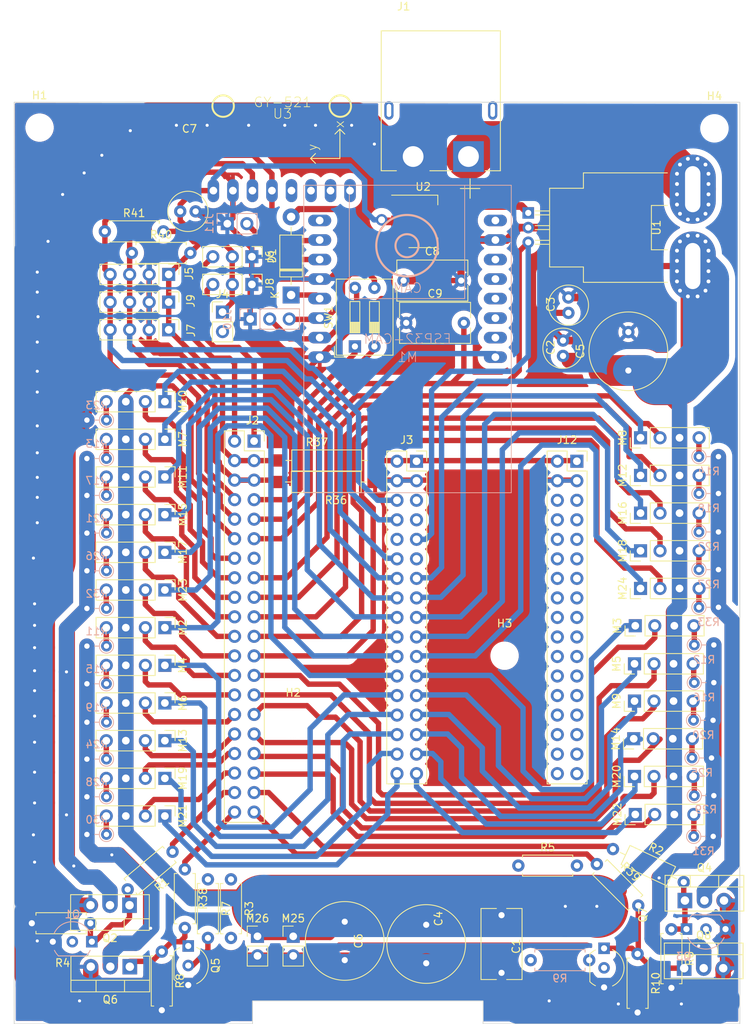
<source format=kicad_pcb>
(kicad_pcb (version 20221018) (generator pcbnew)
  (layers (0 "F.Cu" signal) (1 "In1.Cu" signal) (2 "In2.Cu" signal) (31 "B.Cu" signal) (34 "B.Paste" user) (35 "F.Paste" user) (36 "B.SilkS" user "B.Silkscreen") (37 "F.SilkS" user "F.Silkscreen") (38 "B.Mask" user) (39 "F.Mask" user) (44 "Edge.Cuts" user))
  (net 0 "")
  (net 1 "Net-(D1-K)")
  (net 2 "GND")
  (net 3 "L_LEG_CONTROL")
  (net 4 "L_LEG_GND")
  (net 5 "R_LEG_CONTROL")
  (net 6 "R_LEG_GND")
  (net 7 "L_ARM_CONTROL")
  (net 8 "L_ARM_GND")
  (net 9 "R_ARM_CONTROL")
  (net 10 "R_ARM_GND")
  (net 11 "Net-(J1-+)")
  (net 12 "3V3")
  (net 13 "L_TX_CURRENT")
  (net 14 "R_TX_CURRENT")
  (net 15 "L_SH_CURRENT")
  (net 16 "R_SH_CURRENT")
  (net 17 "L_ELB_CURRENT")
  (net 18 "R_ELB_CURRENT")
  (net 19 "I_SENS")
  (net 20 "SERVO_VCC")
  (net 23 "SCL")
  (net 24 "SDA")
  (net 27 "R_TX_PWM")
  (net 28 "R_SH_PWM")
  (net 29 "R_ELB_PWM")
  (net 30 "L_SH_PWM")
  (net 31 "L_TX_PWM")
  (net 32 "L_ELB_PWM")
  (net 33 "L_SH_POT")
  (net 34 "L_TX_POT")
  (net 35 "R_TX_POT")
  (net 36 "R_SH_POT")
  (net 37 "L_ELB_POT")
  (net 38 "R_ELB_POT")
  (net 39 "L_HP_POT")
  (net 40 "L_HP_PWM")
  (net 41 "L_HP_CURRENT")
  (net 42 "R_HP_POT")
  (net 43 "R_HP_PWM")
  (net 44 "R_HP_CURRENT")
  (net 45 "L_TG_POT")
  (net 46 "L_TG_PWM")
  (net 47 "L_TG_CURRENT")
  (net 48 "R_TG_POT")
  (net 49 "R_TG_PWM")
  (net 50 "R_TG_CURRENT")
  (net 51 "R_KN_POT")
  (net 52 "R_KN_PWM")
  (net 53 "R_KN_CURRENT")
  (net 54 "L_FT_POT")
  (net 55 "L_FT_PWM")
  (net 56 "L_FT_CURRENT")
  (net 57 "R_FT_POT")
  (net 58 "R_FT_PWM")
  (net 59 "R_FT_CURRENT")
  (net 60 "Net-(J11-Pin_2)")
  (net 61 "L_KNR_PWM")
  (net 62 "L_KN_PWM")
  (net 63 "L_ANK_PWM")
  (net 64 "R_FT_ANGLE")
  (net 65 "R_KNR_PWM")
  (net 66 "R_ANK_PWM")
  (net 67 "L_FT_ANGLE")
  (net 68 "L_KNR_POT")
  (net 69 "L_KN_POT")
  (net 70 "L_ANK_POT")
  (net 71 "R_KNR_POT")
  (net 72 "R_ANK_POT")
  (net 73 "MAIN_RX")
  (net 74 "MAIN_TX")
  (net 75 "SUB1_RX")
  (net 83 "Net-(Q1-C)")
  (net 84 "Net-(Q1-B)")
  (net 85 "Net-(Q3-C)")
  (net 86 "L_KNR_CURRENT")
  (net 87 "R_KNR_CURRENT")
  (net 88 "HD_POT")
  (net 89 "HD_PWM")
  (net 90 "HD_CURRENT")
  (net 91 "L_KN_CURRENT")
  (net 92 "L_ELBR_POT")
  (net 93 "L_ELBR_PWM")
  (net 94 "L_ELBR_CURRENT")
  (net 95 "R_ELBR_POT")
  (net 96 "R_ELBR_PWM")
  (net 97 "R_ELBR_CURRENT")
  (net 98 "L_ANK_CURRENT")
  (net 99 "R_ANK_CURRENT")
  (net 100 "L_HND_POT")
  (net 101 "L_HND_PWM")
  (net 102 "L_HND_CURRENT")
  (net 103 "R_HND_POT")
  (net 104 "R_HND_PWM")
  (net 105 "R_HND_CURRENT")
  (net 106 "Net-(Q3-B)")
  (net 107 "Net-(Q5-C)")
  (net 108 "Net-(Q5-B)")
  (net 109 "Net-(Q7-C)")
  (net 110 "SHUTOFF")
  (net 111 "SUB1_TX")
  (net 112 "CAM_TX")
  (net 113 "CAM_RX")
  (net 114 "SUB2_RX")
  (net 115 "SUB2_TX")
  (net 116 "Net-(Q7-B)")
  (footprint "Connector_PinHeader_2.54mm:PinHeader_1x04_P2.54mm_Vertical" (layer "F.Cu") (at 150.6 104.9 90)
    (fp_text reference "M14")
    (fp_text value "Motor_Servo_with_Pot")
  )
  (footprint "Ben_modules:AMASS_XT60PW-M" (layer "F.Cu") (at 125.5 23.16575)
    (fp_text reference "J1")
    (fp_text value "XT60PW-M")
  )
  (footprint "Connector_PinHeader_2.54mm:PinHeader_1x03_P2.54mm_Vertical" (layer "F.Cu") (at 100.925 42.2 -90)
    (fp_text reference "J6")
    (fp_text value "Conn_01x03_Male")
  )
  (footprint "Connector_PinHeader_2.54mm:PinHeader_1x04_P2.54mm_Vertical" (layer "F.Cu") (at 90.1 51.7 -90)
    (fp_text reference "J7")
    (fp_text value "Conn_01x04_Female")
  )
  (footprint "Resistor_THT:R_Axial_DIN0207_L6.3mm_D2.5mm_P7.62mm_Horizontal" (layer "F.Cu") (at 155.5 129.69 -90)
    (fp_text reference "R6")
    (fp_text value "330K")
  )
  (footprint "Connector_PinHeader_2.54mm:PinHeader_1x04_P2.54mm_Vertical" (layer "F.Cu") (at 89.6 61.05 -90)
    (fp_text reference "M10")
    (fp_text value "Motor_Servo_with_Pot")
  )
  (footprint "Connector_PinHeader_2.54mm:PinHeader_1x04_P2.54mm_Vertical" (layer "F.Cu") (at 89.6 105.15 -90)
    (fp_text reference "M13")
    (fp_text value "Motor_Servo_with_Pot")
  )
  (footprint "Connector_PinHeader_2.54mm:PinHeader_1x04_P2.54mm_Vertical" (layer "F.Cu") (at 89.6 85.55 -90)
    (fp_text reference "M23")
    (fp_text value "Motor_Servo_with_Pot")
  )
  (footprint "Connector_PinHeader_2.54mm:PinHeader_1x04_P2.54mm_Vertical" (layer "F.Cu") (at 90.1 44.5 -90)
    (fp_text reference "J5")
    (fp_text value "Conn_01x04_Female")
  )
  (footprint "Diode_THT:D_DO-41_SOD81_P10.16mm_Horizontal" (layer "F.Cu") (at 106.025 47.18 90)
    (fp_text reference "D1")
    (fp_text value "1N4007")
  )
  (footprint "Capacitor_THT:C_Rect_L9.0mm_W5.1mm_P7.50mm_MKT" (layer "F.Cu") (at 121 50.8)
    (fp_text reference "C9")
    (fp_text value "100nF")
  )
  (footprint "Resistor_THT:R_Axial_DIN0207_L6.3mm_D2.5mm_P7.62mm_Horizontal" (layer "F.Cu") (at 79.91 128.9 180)
    (fp_text reference "R4")
    (fp_text value "330K")
  )
  (footprint "Resistor_THT:R_Axial_DIN0207_L6.3mm_D2.5mm_P7.62mm_Horizontal" (layer "F.Cu") (at 81.79 38.9)
    (fp_text reference "R41")
    (fp_text value "4k7")
  )
  (footprint "Package_TO_SOT_THT:TO-92_Inline_Wide" (layer "F.Cu") (at 146.74 132.16 -90)
    (fp_text reference "Q7")
    (fp_text value "BC337")
  )
  (footprint "Ben_modules:SMD_JUMPER" (layer "F.Cu") (at 116.95 71.5 180)
    (fp_text reference "R36")
    (fp_text value "0R")
  )
  (footprint "Package_TO_SOT_SMD:SOT-223-3_TabPin2" (layer "F.Cu") (at 123.2 37.6)
    (fp_text reference "U2")
    (fp_text value "AMS1117-3.3")
  )
  (footprint "Capacitor_THT:C_Radial_D10.0mm_H20.0mm_P5.00mm" (layer "F.Cu") (at 149.9 57 90)
    (fp_text reference "C5")
    (fp_text value "1800uF")
  )
  (footprint "Capacitor_THT:C_Radial_D5.0mm_H11.0mm_P2.00mm" (layer "F.Cu") (at 91.6 36.3)
    (fp_text reference "C7")
    (fp_text value "100uF")
  )
  (footprint "Connector_PinHeader_2.54mm:PinHeader_1x04_P2.54mm_Vertical" (layer "F.Cu") (at 150.7 109.8 90)
    (fp_text reference "M20")
    (fp_text value "Motor_Servo_with_Pot")
  )
  (footprint "Resistor_THT:R_Axial_DIN0207_L6.3mm_D2.5mm_P7.62mm_Horizontal" (layer "F.Cu") (at 89.2 132.59 -90)
    (fp_text reference "R8")
    (fp_text value "330K")
  )
  (footprint "Connector_PinSocket_2.54mm:PinSocket_2x20_P2.54mm_Vertical" (layer "F.Cu") (at 101.21 66.18)
    (fp_text reference "J2")
    (fp_text value "Conn_02x20_Odd_Even")
  )
  (footprint "MountingHole:MountingHole_3.2mm_M3" (layer "F.Cu") (at 133.8 94.1)
    (fp_text reference "H3")
    (fp_text value "MountingHole")
  )
  (footprint "Resistor_THT:R_Axial_DIN0207_L6.3mm_D2.5mm_P7.62mm_Horizontal" (layer "F.Cu") (at 85.3 41.7)
    (fp_text reference "R40")
    (fp_text value "4k7")
  )
  (footprint "Connector_PinHeader_2.54mm:PinHeader_1x04_P2.54mm_Vertical" (layer "F.Cu") (at 150.7 95.15 90)
    (fp_text reference "M5")
    (fp_text value "Motor_Servo_with_Pot")
  )
  (footprint "Button_Switch_THT:SW_DIP_SPSTx02_Slide_9.78x7.26mm_W7.62mm_P2.54mm" (layer "F.Cu") (at 114.325 53.8675 90)
    (fp_text reference "SW1")
    (fp_text value "SW_DIP_x02")
  )
  (footprint "MountingHole:MountingHole_3.2mm_M3" (layer "F.Cu") (at 161.1 25.5)
    (fp_text reference "H4")
    (fp_text value "MountingHole")
  )
  (footprint "Capacitor_THT:C_Radial_D5.0mm_H11.0mm_P2.00mm" (layer "F.Cu") (at 141.4 55.1 90)
    (fp_text reference "C2")
    (fp_text value "10uF")
  )
  (footprint "Package_TO_SOT_THT:TO-220-3_Vertical" (layer "F.Cu") (at 85.04 134.555 180)
    (fp_text reference "Q6")
    (fp_text value "IRFZ44N")
  )
  (footprint "Resistor_THT:R_Axial_DIN0207_L6.3mm_D2.5mm_P7.62mm_Horizontal" (layer "F.Cu") (at 95.2 123.19 -90)
    (fp_text reference "R7")
    (fp_text value "1K")
  )
  (footprint "Connector_PinHeader_2.54mm:PinHeader_1x04_P2.54mm_Vertical" (layer "F.Cu") (at 89.6 90.45 -90)
    (fp_text reference "M2")
    (fp_text value "Motor_Servo_with_Pot")
  )
  (footprint "Connector_PinHeader_2.54mm:PinHeader_1x04_P2.54mm_Vertical" (layer "F.Cu") (at 151.48 65.75 90)
    (fp_text reference "M8")
    (fp_text value "Motor_Servo_with_Pot")
  )
  (footprint "Package_TO_SOT_THT:TO-220-3_Vertical" (layer "F.Cu") (at 157.16 134.745)
    (fp_text reference "Q8")
    (fp_text value "IRFZ44N")
  )
  (footprint "Connector_PinHeader_2.54mm:PinHeader_1x04_P2.54mm_Vertical" (layer "F.Cu") (at 89.6 100.25 -90)
    (fp_text reference "M6")
    (fp_text value "Motor_Servo_with_Pot")
  )
  (footprint "Connector_PinHeader_2.54mm:PinHeader_1x02_P2.54mm_Vertical" (layer "F.Cu") (at 101.65 130.6)
    (fp_text reference "M26")
    (fp_text value "Fan")
  )
  (footprint "Resistor_THT:R_Axial_DIN0207_L6.3mm_D2.5mm_P7.62mm_Horizontal" (layer "F.Cu") (at 135.59 121.4)
    (fp_text reference "R5")
    (fp_text value "1K")
  )
  (footprint "Connector_PinHeader_2.54mm:PinHeader_1x02_P2.54mm_Vertical" (layer "F.Cu") (at 97.1 49.4)
    (fp_text reference "J4")
    (fp_text value "Conn_01x02_Male")
  )
  (footprint "Connector_PinHeader_2.54mm:PinHeader_1x04_P2.54mm_Vertical" (layer "F.Cu") (at 89.6 95.35 -90)
    (fp_text reference "M4")
    (fp_text value "Motor_Servo_with_Pot")
  )
  (footprint "Connector_PinHeader_2.54mm:PinHeader_1x04_P2.54mm_Vertical" (layer "F.Cu") (at 150.8 114.75 90)
    (fp_text reference "M22")
    (fp_text value "Motor_Servo_with_Pot")
  )
  (footprint "Connector_PinSocket_2.54mm:PinSocket_2x17_P2.54mm_Vertical" (layer "F.Cu") (at 122.34 68.8)
    (fp_text reference "J3")
    (fp_text value "Conn_02x17_Odd_Even")
  )
  (footprint "Resistor_THT:R_Axial_DIN0207_L6.3mm_D2.5mm_P7.62mm_Horizontal" (layer "F.Cu") (at 145.8 121.205923 -45)
    (fp_text reference "R39")
    (fp_text value "33K")
  )
  (footprint "Connector_PinHeader_2.54mm:PinHeader_1x04_P2.54mm_Vertical" (layer "F.Cu") (at 90.1 48.1 -90)
    (fp_text reference "J9")
    (fp_text value "Conn_01x04_Female")
  )
  (footprint "Connector_PinSocket_2.54mm:PinSocket_2x17_P2.54mm_Vertical" (layer "F.Cu") (at 143.2 68.8)
    (fp_text reference "J12")
    (fp_text value "Conn_02x17_Odd_Even")
  )
  (footprint "Connector_PinHeader_2.54mm:PinHeader_1x02_P2.54mm_Vertical" (layer "F.Cu") (at 106.3 130.6)
    (fp_text reference "M25")
    (fp_text value "Fan")
  )
  (footprint "Package_TO_SOT_THT:TO-92_Inline_Wide" (layer "F.Cu") (at 92.64 131.86 -90)
    (fp_text reference "Q5")
    (fp_text value "BC337")
  )
  (footprint "Connector_PinHeader_2.54mm:PinHeader_1x03_P2.54mm_Vertical" (layer "F.Cu") (at 100.925 45.8 -90)
    (fp_text reference "J8")
    (fp_text value "Conn_01x03_Male")
  )
  (footprint "Capacitor_THT:C_Rect_L9.0mm_W5.1mm_P7.50mm_MKT" (layer "F.Cu") (at 133.4 127.85 -90)
    (fp_text reference "C1")
    (fp_text value "100nF")
  )
  (footprint "Connector_PinHeader_2.54mm:PinHeader_1x04_P2.54mm_Vertical" (layer "F.Cu") (at 89.6 80.65 -90)
    (fp_text reference "M17")
    (fp_text value "Motor_Servo_with_Pot")
  )
  (footprint "Resistor_THT:R_Axial_DIN0207_L6.3mm_D2.5mm_P7.62mm_Horizontal" (layer "F.Cu") (at 98.2 123.19 -90)
    (fp_text reference "R3")
    (fp_text value "1K")
  )
  (footprint "Connector_PinHeader_2.54mm:PinHeader_1x04_P2.54mm_Vertical" (layer "F.Cu") (at 151.48 75.55 90)
    (fp_text reference "M16")
    (fp_text value "Motor_Servo_with_Pot")
  )
  (footprint "Resistor_THT:R_Axial_DIN0207_L6.3mm_D2.5mm_P7.62mm_Horizontal" (layer "F.Cu") (at 92.2 121.89 -90)
    (fp_text reference "R38")
    (fp_text value "33K")
  )
  (footprint "Capacitor_THT:C_Radial_D5.0mm_H11.0mm_P2.00mm" (layer "F.Cu") (at 142.1 49.5 90)
    (fp_text reference "C3")
    (fp_text value "100uF")
  )
  (footprint "Connector_PinHeader_2.54mm:PinHeader_1x04_P2.54mm_Vertical" (layer "F.Cu") (at 89.6 75.75 -90)
    (fp_text reference "M15")
    (fp_text value "Motor_Servo_with_Pot")
  )
  (footprint "Connector_PinHeader_2.54mm:PinHeader_1x04_P2.54mm_Vertical" (layer "F.Cu") (at 89.6 65.95 -90)
    (fp_text reference "M7")
    (fp_text value "Motor_Servo_with_Pot")
  )
  (footprint "Connector_PinHeader_2.54mm:PinHeader_1x04_P2.54mm_Vertical" (layer "F.Cu") (at 150.8 90.2 90)
    (fp_text reference "M3")
    (fp_text value "Motor_Servo_with_Pot")
  )
  (footprint "Connector_PinHeader_2.54mm:PinHeader_1x04_P2.54mm_Vertical" (layer "F.Cu") (at 151.48 70.65 90)
    (fp_text reference "M12")
    (fp_text value "Motor_Servo_with_Pot")
  )
  (footprint "Capacitor_THT:C_Radial_D10.0mm_H20.0mm_P5.00mm" (layer "F.Cu") (at 123.6 129.1 -90)
    (fp_text reference "C4")
    (fp_text value "1800uF")
  )
  (footprint "Connector_PinHeader_2.54mm:PinHeader_1x04_P2.54mm_Vertical" (layer "F.Cu") (at 150.7 100 90)
    (fp_text reference "M9")
    (fp_text value "Motor_Servo_with_Pot")
  )
  (footprint "Resistor_THT:R_Axial_DIN0207_L6.3mm_D2.5mm_P10.16mm_Horizontal" (layer "F.Cu") (at 147.895957 119.2531 -25)
    (fp_text reference "R2")
    (fp_text value "33K")
  )
  (footprint "Connector_PinHeader_2.54mm:PinHeader_1x04_P2.54mm_Vertical" (layer "F.Cu") (at 89.6 70.85 -90)
    (fp_text reference "M11")
    (fp_text value "Motor_Servo_with_Pot")
  )
  (footprint "Package_TO_SOT_THT:TO-220-3_Vertical" (layer "F.Cu") (at 157.26 125.945)
    (fp_text reference "Q4")
    (fp_text value "IRFZ44N")
  )
  (footprint "Connector_PinHeader_2.54mm:PinHeader_1x04_P2.54mm_Vertical" (layer "F.Cu") (at 89.6 114.95 -90)
    (fp_text reference "M21")
    (fp_text value "Motor_Servo_with_Pot")
  )
  (footprint "Ben_modules:SMD_JUMPER" (layer "F.Cu") (at 104.3 68.7)
    (fp_text reference "R37")
    (fp_text value "0R")
  )
  (footprint "Connector_PinHeader_2.54mm:PinHeader_1x04_P2.54mm_Vertical" (layer "F.Cu") (at 151.48 85.35 90)
    (fp_text reference "M24")
    (fp_text value "Motor_Servo_with_Pot")
  )
  (footprint "Capacitor_THT:C_Rect_L9.0mm_W5.1mm_P7.50mm_MKT" (layer "F.Cu") (at 120.65 45.3)
    (fp_text reference "C8")
    (fp_text value "100nF")
  )
  (footprint "Capacitor_THT:C_Radial_D10.0mm_H20.0mm_P5.00mm" (layer "F.Cu") (at 113 128.7 -90)
    (fp_text reference "C6")
    (fp_text value "2200uF")
  )
  (footprint "Resistor_THT:R_Axial_DIN0207_L6.3mm_D2.5mm_P7.62mm_Horizontal" (layer "F.Cu") (at 151.1 132.89 -90)
    (fp_text reference "R10")
    (fp_text value "330K")
  )
  (footprint "Ben_modules:GY-521" (layer "F.Cu") (at 95.91 33.60037 90)
    (fp_text reference "U3")
    (fp_text value "GY-521")
  )
  (footprint "MountingHole:MountingHole_3.2mm_M3" (layer "F.Cu") (at 106.3 103.1)
    (fp_text reference "H2")
    (fp_text value "MountingHole")
  )
  (footprint "Sensor_Current:Allegro_CB_PFF" (layer "F.Cu") (at 136.875 36.5 -90)
    (fp_text reference "U1")
    (fp_text value "ACS758xCB-050B-PFF")
  )
  (footprint "Connector_PinHeader_2.54mm:PinHeader_1x04_P2.54mm_Vertical" (layer "F.Cu") (at 151.48 80.45 90)
    (fp_text reference "M18")
    (fp_text value "Motor_Servo_with_Pot")
  )
  (footprint "MountingHole:MountingHole_3.2mm_M3" (layer "F.Cu") (at 73.3 25.4)
    (fp_text reference "H1")
    (fp_text value "MountingHole")
  )
  (footprint "Package_TO_SOT_THT:TO-220-3_Vertical" (layer "F.Cu") (at 85 126.555 180)
    (fp_text reference "Q2")
    (fp_text value "IRFZ44N")
  )
  (footprint "Connector_PinHeader_2.54mm:PinHeader_1x04_P2.54mm_Vertical" (layer "F.Cu") (at 89.6 110.05 -90)
    (fp_text reference "M19")
    (fp_text value "Motor_Servo_with_Pot")
  )
  (footprint "Resistor_THT:R_Axial_DIN0207_L6.3mm_D2.5mm_P7.62mm_Horizontal" (layer "F.Cu") (at 90.6 119.6 -140)
    (fp_text reference "R1")
    (fp_text value "33K")
  )
  (footprint "Resistor_THT:R_Axial_DIN0204_L3.6mm_D1.6mm_P2.54mm_Vertical" (layer "B.Cu") (at 82 68.45 180)
    (fp_text reference "R13")
    (fp_text value "Shunt_R")
  )
  (footprint "Connector_PinHeader_2.54mm:PinHeader_1x03_P2.54mm_Vertical" (layer "B.Cu") (at 100.7 50.3 -90)
    (fp_text reference "J10")
    (fp_text value "Conn_01x03_Male")
  )
  (footprint "Ben_modules:ESP32-CAM" (layer "B.Cu") (at 132.6 55.26093 180)
    (fp_text reference "M1")
    (fp_text value "ESP32-CAM")
  )
  (footprint "Resistor_THT:R_Axial_DIN0204_L3.6mm_D1.6mm_P2.54mm_Vertical" (layer "B.Cu") (at 82 78.15 180)
    (fp_text reference "R21")
    (fp_text value "Shunt_R")
  )
  (footprint "Resistor_THT:R_Axial_DIN0204_L3.6mm_D1.6mm_P2.54mm_Vertical" (layer "B.Cu") (at 158.48 92.7)
    (fp_text reference "R12")
    (fp_text value "Shunt_R")
  )
  (footprint "Resistor_THT:R_Axial_DIN0204_L3.6mm_D1.6mm_P2.54mm_Vertical" (layer "B.Cu") (at 82 73.25 180)
    (fp_text reference "R17")
    (fp_text value "Shunt_R")
  )
  (footprint "Resistor_THT:R_Axial_DIN0204_L3.6mm_D1.6mm_P2.54mm_Vertical" (layer "B.Cu") (at 82 87.95 180)
    (fp_text reference "R32")
    (fp_text value "Shunt_R")
  )
  (footprint "Resistor_THT:R_Axial_DIN0204_L3.6mm_D1.6mm_P2.54mm_Vertical" (layer "B.Cu") (at 159.08 68.2)
    (fp_text reference "R14")
    (fp_text value "Shunt_R")
  )
  (footprint "Resistor_THT:R_Axial_DIN0204_L3.6mm_D1.6mm_P2.54mm_Vertical" (layer "B.Cu") (at 82 102.75 180)
    (fp_text reference "R19")
    (fp_text value "Shunt_R")
  )
  (footprint "Resistor_THT:R_Axial_DIN0204_L3.6mm_D1.6mm_P2.54mm_Vertical" (layer "B.Cu") (at 159.08 87.8)
    (fp_text reference "R33")
    (fp_text value "Shunt_R")
  )
  (footprint "Resistor_THT:R_Axial_DIN0204_L3.6mm_D1.6mm_P2.54mm_Vertical" (layer "B.Cu") (at 158.48 97.6)
    (fp_text reference "R16")
    (fp_text value "Shunt_R")
  )
  (footprint "Resistor_THT:R_Axial_DIN0204_L3.6mm_D1.6mm_P2.54mm_Vertical" (layer "B.Cu") (at 82 92.85 180)
    (fp_text reference "R11")
    (fp_text value "Shunt_R")
  )
  (footprint "Package_TO_SOT_THT:TO-92_Inline_Wide" (layer "B.Cu") (at 80.1 131.3 180)
    (fp_text reference "Q1")
    (fp_text value "BC337")
  )
  (footprint "Resistor_THT:R_Axial_DIN0204_L3.6mm_D1.6mm_P2.54mm_Vertical" (layer "B.Cu") (at 159.08 82.9)
    (fp_text reference "R27")
    (fp_text value "Shunt_R")
  )
  (footprint "Resistor_THT:R_Axial_DIN0204_L3.6mm_D1.6mm_P2.54mm_Vertical" (layer "B.Cu") (at 159.08 73)
    (fp_text reference "R18")
    (fp_text value "Shunt_R")
  )
  (footprint "Resistor_THT:R_Axial_DIN0204_L3.6mm_D1.6mm_P2.54mm_Vertical" (layer "B.Cu") (at 158.38 102.5)
    (fp_text reference "R20")
    (fp_text value "Shunt_R")
  )
  (footprint "Resistor_THT:R_Axial_DIN0204_L3.6mm_D1.6mm_P2.54mm_Vertical" (layer "B.Cu") (at 159.08 78)
    (fp_text reference "R22")
    (fp_text value "Shunt_R")
  )
  (footprint "Resistor_THT:R_Axial_DIN0207_L6.3mm_D2.5mm_P7.62mm_Horizontal" (layer "B.Cu") (at 137.19 133.7)
    (fp_text reference "R9")
    (fp_text value "1K")
  )
  (footprint "Resistor_THT:R_Axial_DIN0204_L3.6mm_D1.6mm_P2.54mm_Vertical" (layer "B.Cu") (at 82 83.05 180)
    (fp_text reference "R26")
    (fp_text value "Shunt_R")
  )
  (footprint "Resistor_THT:R_Axial_DIN0204_L3.6mm_D1.6mm_P2.54mm_Vertical" (layer "B.Cu") (at 82 112.45 180)
    (fp_text reference "R28")
    (fp_text value "Shunt_R")
  )
  (footprint "Resistor_THT:R_Axial_DIN0204_L3.6mm_D1.6mm_P2.54mm_Vertical" (layer "B.Cu") (at 82 107.55 180)
    (fp_text reference "R24")
    (fp_text value "Shunt_R")
  )
  (footprint "Package_TO_SOT_THT:TO-92_Inline_Wide" (layer "B.Cu") (at 157.46 129.66)
    (fp_text reference "Q3")
    (fp_text value "BC337")
  )
  (footprint "Resistor_THT:R_Axial_DIN0204_L3.6mm_D1.6mm_P2.54mm_Vertical" (layer "B.Cu") (at 158.4 117.6)
    (fp_text reference "R31")
    (fp_text value "Shunt_R")
  )
  (footprint "Resistor_THT:R_Axial_DIN0204_L3.6mm_D1.6mm_P2.54mm_Vertical" (layer "B.Cu") (at 158.48 112.3)
    (fp_text reference "R29")
    (fp_text value "Shunt_R")
  )
  (footprint "Resistor_THT:R_Axial_DIN0204_L3.6mm_D1.6mm_P2.54mm_Vertical" (layer "B.Cu") (at 158.18 107.4)
    (fp_text reference "R25")
    (fp_text value "Shunt_R")
  )
  (footprint "Connector_PinHeader_2.54mm:PinHeader_1x02_P2.54mm_Vertical" (layer "B.Cu") (at 97.725 37.9 -90)
    (fp_text reference "J11")
    (fp_text value "Conn_01x02_Male")
  )
  (footprint "Resistor_THT:R_Axial_DIN0204_L3.6mm_D1.6mm_P2.54mm_Vertical" (layer "B.Cu") (at 82 97.75 180)
    (fp_text reference "R15")
    (fp_text value "Shunt_R")
  )
  (footprint "Resistor_THT:R_Axial_DIN0204_L3.6mm_D1.6mm_P2.54mm_Vertical" (layer "B.Cu") (at 82 63.45 180)
    (fp_text reference "R23")
    (fp_text value "Shunt_R")
  )
  (footprint "Resistor_THT:R_Axial_DIN0204_L3.6mm_D1.6mm_P2.54mm_Vertical" (layer "B.Cu") (at 82 117.35 180)
    (fp_text reference "R30")
    (fp_text value "Shunt_R")
  )
  (gr_poly (pts (xy 70 22.1) (xy 164.4 22.1) (xy 164.4 142) (xy 131 142) (xy 131 139) (xy 101 139) (xy 101 142) (xy 70 142)) (stroke (width 0.1)) (fill none) (layer "Edge.Cuts"))
  (segment (start 109.27907 47.18) (end 109.74 47.64093) (width 0.7) (layer "F.Cu") (net 1))
  (segment (start 106.025 47.18) (end 109.27907 47.18) (width 0.7) (layer "F.Cu") (net 1))
  (segment (start 106.025 47.3) (end 106.025 47.18) (width 0.7) (layer "F.Cu") (net 1))
  (segment (start 72.65002 101.94998) (end 72.65002 105.34998) (width 5.3) (layer "F.Cu") (net 2))
  (segment (start 137.3 50) (end 138.9 51.6) (width 1) (layer "F.Cu") (net 2))
  (segment (start 100.9 41.1) (end 100.9 44.5) (width 0.7) (layer "F.Cu") (net 2))
  (segment (start 110.99907 45.10093) (end 102.50093 45.10093) (width 0.7) (layer "F.Cu") (net 2))
  (segment (start 146.4 51.5) (end 147.3 51.5) (width 1) (layer "F.Cu") (net 2))
  (segment (start 145.8 37.49) (end 148.8 37.49) (width 0.7) (layer "F.Cu") (net 2))
  (segment (start 147.3 51.5) (end 149.6 49.2) (width 1) (layer "F.Cu") (net 2))
  (segment (start 119.35 47.65) (end 118.9 47.2) (width 0.7) (layer "F.Cu") (net 2))
  (segment (start 79.96 134.555) (end 79.96 136.96) (width 2) (layer "F.Cu") (net 2))
  (segment (start 97.725 37.9) (end 97.725 37.925) (width 0.7) (layer "F.Cu") (net 2))
  (segment (start 139.2 39.3) (end 139.2 41.7) (width 1) (layer "F.Cu") (net 2))
  (segment (start 139.2 41.7) (end 137.3 43.6) (width 1) (layer "F.Cu") (net 2))
  (segment (start 159.2 139.4) (end 156.8 139.4) (width 5) (layer "F.Cu") (net 2))
  (segment (start 148.6 139.4) (end 143.5 139.4) (width 5) (layer "F.Cu") (net 2))
  (segment (start 142.1 47.5) (end 145.2 47.5) (width 1) (layer "F.Cu") (net 2))
  (segment (start 104.25 71.5) (end 104.25 71.27) (width 0.7) (layer "F.Cu") (net 2))
  (segment (start 74.555 126.555) (end 74.50002 126.50002) (width 2) (layer "F.Cu") (net 2))
  (segment (start 76.1 35.6) (end 76.1 62.89996) (width 8) (layer "F.Cu") (net 2))
  (segment (start 106.1 58.90093) (end 109.74 55.26093) (width 0.7) (layer "F.Cu") (net 2))
  (segment (start 97.725 37.925) (end 100.9 41.1) (width 0.7) (layer "F.Cu") (net 2))
  (segment (start 72.65002 124.65002) (end 73.00002 125.00002) (width 5.3) (layer "F.Cu") (net 2))
  (segment (start 119.8 71.26) (end 117.19 71.26) (width 0.7) (layer "F.Cu") (net 2))
  (segment (start 104.25 71.27) (end 104.24 71.26) (width 0.7) (layer "F.Cu") (net 2))
  (segment (start 72.65002 90.14998) (end 72.65002 93.04998) (width 5.3) (layer "F.Cu") (net 2))
  (segment (start 117.4 43.3) (end 112.8 43.3) (width 0.7) (layer "F.Cu") (net 2))
  (segment (start 109.6 55.40093) (end 110.98048 54.02045) (width 0.7) (layer "F.Cu") (net 2))
  (segment (start 72.65002 98.64998) (end 72.65002 101.94998) (width 5.3) (layer "F.Cu") (net 2))
  (segment (start 132.6 135.7) (end 135.9 139) (width 6) (layer "F.Cu") (net 2))
  (segment (start 147.9 47.5) (end 149.6 49.2) (width 1) (layer "F.Cu") (net 2))
  (segment (start 91.09998 25.10002) (end 87.69998 25.10002) (width 6) (layer "F.Cu") (net 2))
  (segment (start 123.3 48.2) (end 119.9 48.2) (width 0.7) (layer "F.Cu") (net 2))
  (segment (start 117.19 71.26) (end 116.95 71.5) (width 0.7) (layer "F.Cu") (net 2))
  (segment (start 159.04 139.24) (end 159.2 139.4) (width 2) (layer "F.Cu") (net 2))
  (segment (start 96.625 36.8) (end 97.725 37.9) (width 0.7) (layer "F.Cu") (net 2))
  (segment (start 73.00002 135.40002) (end 76.6 139) (width 6) (layer "F.Cu") (net 2))
  (segment (start 128.15 45.3) (end 126.2 45.3) (width 0.7) (layer "F.Cu") (net 2))
  (segment (start 76.6 139) (end 78.5 139) (width 6) (layer "F.Cu") (net 2))
  (segment (start 73.00002 125.00002) (end 74.50002 126.50002) (width 6) (layer "F.Cu") (net 2))
  (segment (start 109.19998 25.10002) (end 105.19998 25.10002) (width 6) (layer "F.Cu") (net 2))
  (segment (start 79.46 63.45) (end 75.65 63.45) (width 2) (layer "F.Cu") (net 2))
  (segment (start 84.9 26.8) (end 76.1 35.6) (width 8) (layer "F.Cu") (net 2))
  (segment (start 76.1 62.89996) (end 74 64.99996) (width 8) (layer "F.Cu") (net 2))
  (segment (start 120.05 30.739082) (end 118.776668 29.46575) (width 0.7) (layer "F.Cu") (net 2))
  (segment (start 91.6 54.8) (end 96.1 59.3) (width 0.7) (layer "F.Cu") (net 2))
  (segment (start 98.45 33.60037) (end 98.45 37.175) (width 0.7) (layer "F.Cu") (net 2))
  (segment (start 72.65002 105.34998) (end 72.65002 109.24998) (width 5.3) (layer "F.Cu") (net 2))
  (segment (start 136.875 38.41) (end 135.69 38.41) (width 1) (layer "F.Cu") (net 2))
  (segment (start 143.47 71.26) (end 140.93 71.26) (width 0.7) (layer "F.Cu") (net 2))
  (segment (start 72.65002 109.24998) (end 72.65002 113.24998) (width 5.3) (layer "F.Cu") (net 2))
  (segment (start 114.410938 25.10002) (end 113.89998 25.10002) (width 6) (layer "F.Cu") (net 2))
  (segment (start 73.00002 128.00002) (end 73.00002 135.40002) (width 6) (layer "F.Cu") (net 2))
  (segment (start 98.45 37.175) (end 97.725 37.9) (width 0.7) (layer "F.Cu") (net 2))
  (segment (start 143 33) (end 145.8 35.8) (width 0.7) (layer "F.Cu") (net 2))
  (segment (start 119.8 71.26) (end 122.34 71.26) (width 0.7) (layer "F.Cu") (net 2))
  (segment (start 104.24 71.26) (end 105.64 71.26) (width 0.7) (layer "F.Cu") (net 2))
  (segment (start 128.15 42.25) (end 128.15 45.3) (width 1) (layer "F.Cu") (net 2))
  (segment (start 95.09998 25.10002) (end 91.09998 25.10002) (width 6) (layer "F.Cu") (net 2))
  (segment (start 116.855459 27.544541) (end 114.410938 25.10002) (width 6) (layer "F.Cu") (net 2))
  (segment (start 105.64 71.26) (end 106.1 70.8) (width 0.7) (layer "F.Cu") (net 2))
  (segment (start 145.8 46.9) (end 145.2 47.5) (width 0.7) (layer "F.Cu") (net 2))
  (segment (start 148.8 46.6) (end 147.9 47.5) (width 0.7) (layer "F.Cu") (net 2))
  (segment (start 72.65002 113.24998) (end 72.65002 120.94998) (width 5.3) (layer "F.Cu") (net 2))
  (segment (start 87.56 48.1) (end 87.56 51.7) (width 0.7) (layer "F.Cu") (net 2))
  (segment (start 72.65002 82.54998) (end 72.65002 87.34998) (width 5.3) (layer "F.Cu") (net 2))
  (segment (start 86.8 139) (end 95.7 139) (width 6) (layer "F.Cu") (net 2))
  (segment (start 98.66 71.26) (end 98.67 71.26) (width 0.7) (layer "F.Cu") (net 2))
  (segment (start 139.9 51.6) (end 141.4 53.1) (width 1) (layer "F.Cu") (net 2))
  (segment (start 145.8 45.11) (end 145.8 46.9) (width 0.7) (layer "F.Cu") (net 2))
  (segment (start 162.34 125.945) (end 162.8 126.405) (width 2) (layer "F.Cu") (net 2))
  (segment (start 97.1 31.2) (end 93.8 31.2) (width 0.7) (layer "F.Cu") (net 2))
  (segment (start 72.65002 96.04998) (end 72.65002 98.64998) (width 5.3) (layer "F.Cu") (net 2))
  (segment (start 89 54.8) (end 91.6 54.8) (width 0.7) (layer "F.Cu") (net 2))
  (segment (start 87.56 53.36) (end 89 54.8) (width 0.7) (layer "F.Cu") (net 2))
  (segment (start 132.6 40.02093) (end 130.37907 40.02093) (width 1) (layer "F.Cu") (net 2))
  (segment (start 102.50093 45.10093) (end 101.9 44.5) (width 0.7) (layer "F.Cu") (net 2))
  (segment (start 119.9 48.2) (end 119.35 47.65) (width 0.7) (layer "F.Cu") (net 2))
  (segment (start 95.7 139) (end 99 135.7) (width 6) (layer "F.Cu") (net 2))
  (segment (start 100.9 45.825) (end 100.925 45.8) (width 0.7) (layer "F.Cu") (net 2))
  (segment (start 87.56 44.5) (end 87.56 48.1) (width 0.7) (layer "F.Cu") (net 2))
  (segment (start 105.19998 25.10002) (end 100.49998 25.10002) (width 6) (layer "F.Cu") (net 2))
  (segment (start 143.5 139.4) (end 143.1 139) (width 2) (layer "F.Cu") (net 2))
  (segment (start 135.9 139) (end 139.6 139) (width 6) (layer "F.Cu") (net 2))
  (segment (start 74 64.99996) (end 74 81.7) (width 8) (layer "F.Cu") (net 2))
  (segment (start 113.89998 25.10002) (end 109.19998 25.10002) (width 6) (layer "F.Cu") (net 2))
  (segment (start 101.5 135.7) (end 106 135.7) (width 6) (layer "F.Cu") (net 2))
  (segment (start 86 26.8) (end 84.9 26.8) (width 6) (layer "F.Cu") (net 2))
  (segment (start 118.1 135.7) (end 132.6 135.7) (width 6) (layer "F.Cu") (net 2))
  (segment (start 110.98048 54.02045) (end 111.37955 54.02045) (width 0.7) (layer "F.Cu") (net 2))
  (segment (start 148.8 45.11) (end 148.8 46.6) (width 0.7) (layer "F.Cu") (net 2))
  (segment (start 130.37907 40.02093) (end 128.15 42.25) (width 1) (layer "F.Cu") (net 2))
  (segment (start 156.8 139.4) (end 148.6 139.4) (width 5) (layer "F.Cu") (net 2))
  (segment (start 115.9 135.7) (end 118.1 135.7) (width 6) (layer "F.Cu") (net 2))
  (segment (start 96.1 68.7) (end 98.66 71.26) (width 0.7) (layer "F.Cu") (net 2))
  (segment (start 99 135.7) (end 101.5 135.7) (width 6) (layer "F.Cu") (net 2))
  (segment (start 100.49998 25.10002) (end 95.09998 25.10002) (width 6) (layer "F.Cu") (net 2))
  (segment (start 144.8 53.1) (end 146.4 51.5) (width 1) (layer "F.Cu") (net 2))
  (segment (start 137.3 43.6) (end 137.3 50) (width 1) (layer "F.Cu") (net 2))
  (segment (start 118.9 47.2) (end 118.9 44.8) (width 0.7) (layer "F.Cu") (net 2))
  (segment (start 74.50002 126.50002) (end 73.00002 128.00002) (width 6) (layer "F.Cu") (net 2))
  (segment (start 87.56 51.7) (end 87.56 53.36) (width 0.7) (layer "F.Cu") (net 2))
  (segment (start 113.9 133.7) (end 115.9 135.7) (width 2) (layer "F.Cu") (net 2))
  (segment (start 107.3 135.7) (end 115.9 135.7) (width 6) (layer "F.Cu") (net 2))
  (segment (start 98.45 33.60037) (end 98.45 32.55) (width 0.7) (layer "F.Cu") (net 2))
  (segment (start 111.37955 54.02045) (end 117.75 47.65) (width 0.7) (layer "F.Cu") (net 2))
  (segment (start 140.93 71.26) (end 122.34 71.26) (width 0.7) (layer "F.Cu") (net 2))
  (segment (start 135.69 38.41) (end 134.07907 40.02093) (width 1) (layer "F.Cu") (net 2))
  (segment (start 79.96 136.96) (end 82 139) (width 2) (layer "F.Cu") (net 2))
  (segment (start 162.8 134.3) (end 162.2 134.9) (width 2) (layer "F.Cu") (net 2))
  (segment (start 112.8 43.3) (end 110.99907 45.10093) (width 0.7) (layer "F.Cu") (net 2))
  (segment (start 82 139) (end 86.8 139) (width 6) (layer "F.Cu") (net 2))
  (segment (start 101.9 44.5) (end 101.18 44.5) (width 0.7) (layer "F.Cu") (net 2))
  (segment (start 121.9 29.16575) (end 125.73425 33) (width 0.7) (layer "F.Cu") (net 2))
  (segment (start 162.8 126.405) (end 162.8 134.3) (width 2) (layer "F.Cu") (net 2))
  (segment (start 138.31 38.41) (end 139.2 39.3) (width 1) (layer "F.Cu") (net 2))
  (segment (start 93.8 31.2) (end 87.56 37.44) (width 0.7) (layer "F.Cu") (net 2))
  (segment (start 101.04 44.64) (end 101.04 45.685) (width 0.7) (layer "F.Cu") (net 2))
  (segment (start 72.65002 120.94998) (end 72.65002 124.65002) (width 5.3) (layer "F.Cu") (net 2))
  (segment (start 134.07907 40.02093) (end 132.6 40.02093) (width 1) (layer "F.Cu") (net 2))
  (segment (start 139.6 139) (end 143.1 139) (width 6) (layer "F.Cu") (net 2))
  (segment (start 162.24 136.36) (end 159.2 139.4) (width 2) (layer "F.Cu") (net 2))
  (segment (start 106.1 70.8) (end 106.1 58.90093) (width 0.7) (layer "F.Cu") (net 2))
  (segment (start 145.2 47.5) (end 147.9 47.5) (width 1) (layer "F.Cu") (net 2))
  (segment (start 101.04 44.64) (end 100.9 44.5) (width 0.7) (layer "F.Cu") (net 2))
  (segment (start 72.65002 93.04998) (end 72.65002 96.04998) (width 5.3) (layer "F.Cu") (net 2))
  (segment (start 118.776668 29.46575) (end 116.855459 27.544541) (width 6) (layer "F.Cu") (net 2))
  (segment (start 79.92 126.555) (end 74.555 126.555) (width 2) (layer "F.Cu") (net 2))
  (segment (start 120.05 35.3) (end 120.05 30.739082) (width 0.7) (layer "F.Cu") (net 2))
  (segment (start 136.875 38.41) (end 138.31 38.41) (width 1) (layer "F.Cu") (net 2))
  (segment (start 87.56 37.44) (end 87.56 44.5) (width 0.7) (layer "F.Cu") (net 2))
  (segment (start 121.9 29.46575) (end 118.776668 29.46575) (width 6) (layer "F.Cu") (net 2))
  (segment (start 162.24 134.745) (end 162.24 136.36) (width 2) (layer "F.Cu") (net 2))
  (segment (start 73.8 81.4) (end 72.65002 82.54998) (width 5.3) (layer "F.Cu") (net 2))
  (segment (start 106 135.7) (end 107.3 135.7) (width 6) (layer "F.Cu") (net 2))
  (segment (start 125.73425 33) (end 143 33) (width 0.7) (layer "F.Cu") (net 2))
  (segment (start 145.8 35.8) (end 145.8 37.49) (width 0.7) (layer "F.Cu") (net 2))
  (segment (start 101.04 45.685) (end 100.925 45.8) (width 0.7) (layer "F.Cu") (net 2))
  (segment (start 87.69998 25.10002) (end 86 26.8) (width 6) (layer "F.Cu") (net 2))
  (segment (start 101.18 44.5) (end 101.04 44.64) (width 0.7) (layer "F.Cu") (net 2))
  (segment (start 118.9 44.8) (end 117.4 43.3) (width 0.7) (layer "F.Cu") (net 2))
  (segment (start 93.6 36.3) (end 94.1 36.8) (width 0.7) (layer "F.Cu") (net 2))
  (segment (start 159.3 139.5) (end 159.2 139.4) (width 5) (layer "F.Cu") (net 2))
  (segment (start 94.1 36.8) (end 96.625 36.8) (width 0.7) (layer "F.Cu") (net 2))
  (segment (start 117.75 47.65) (end 119.35 47.65) (width 0.7) (layer "F.Cu") (net 2))
  (segment (start 100.925 45.8) (end 100.7 46.025) (width 0.7) (layer "F.Cu") (net 2))
  (segment (start 78.5 139) (end 82 139) (width 6) (layer "F.Cu") (net 2))
  (segment (start 100.7 46.025) (end 100.7 50.3) (width 0.7) (layer "F.Cu") (net 2))
  (segment (start 98.45 32.55) (end 97.1 31.2) (width 0.7) (layer "F.Cu") (net 2))
  (segment (start 138.9 51.6) (end 139.9 51.6) (width 1) (layer "F.Cu") (net 2))
  (segment (start 72.65002 87.34998) (end 72.65002 90.14998) (width 5.3) (layer "F.Cu") (net 2))
  (segment (start 126.2 45.3) (end 123.3 48.2) (width 0.7) (layer "F.Cu") (net 2))
  (segment (start 101.21 71.26) (end 104.24 71.26) (width 0.7) (layer "F.Cu") (net 2))
  (segment (start 101.21 71.26) (end 98.67 71.26) (width 0.7) (layer "F.Cu") (net 2))
  (segment (start 96.1 59.3) (end 96.1 68.7) (width 0.7) (layer "F.Cu") (net 2))
  (segment (start 141.4 53.1) (end 144.8 53.1) (width 1) (layer "F.Cu") (net 2))
  (via (at 72.65002 109.24998) (size 0.8) (drill 0.4) (layers "F.Cu" "B.Cu") (net 2))
  (via (at 73.00002 70.89998) (size 0.8) (drill 0.4) (layers "F.Cu" "B.Cu") (net 2))
  (via (at 72.65002 96.04998) (size 0.8) (drill 0.4) (layers "F.Cu" "B.Cu") (net 2))
  (via (at 79.1 31.3) (size 0.8) (drill 0.4) (layers "F.Cu" "B.Cu") (net 2))
  (via (at 72.50002 117.39998) (size 0.8) (drill 0.4) (layers "F.Cu" "B.Cu") (net 2))
  (via (at 72.65002 90.14998) (size 0.8) (drill 0.4) (layers "F.Cu" "B.Cu") (net 2))
  (via (at 72.50002 81.39998) (size 0.8) (drill 0.4) (layers "F.Cu" "B.Cu") (net 2))
  (via (at 78.5 139) (size 0.8) (drill 0.4) (layers "F.Cu" "B.Cu") (net 2))
  (via (at 81.4 29) (size 0.8) (drill 0.4) (layers "F.Cu" "B.Cu") (net 2))
  (via (at 73.00002 46.79998) (size 0.8) (drill 0.4) (layers "F.Cu" "B.Cu") (net 2))
  (via (at 73.00002 73.49998) (size 0.8) (drill 0.4) (layers "F.Cu" "B.Cu") (net 2))
  (via (at 95.09998 25.10002) (size 0.8) (drill 0.4) (layers "F.Cu" "B.Cu") (net 2))
  (via (at 73 131.2) (size 0.8) (drill 0.4) (layers "F.Cu" "B.Cu") (net 2))
  (via (at 139.6 139) (size 0.8) (drill 0.4) (layers "F.Cu" "B.Cu") (net 2))
  (via (at 73.00002 53.29998) (size 0.8) (drill 0.4) (layers "F.Cu" "B.Cu") (net 2))
  (via (at 73.00002 64.19998) (size 0.8) (drill 0.4) (layers "F.Cu" "B.Cu") (net 2))
  (via (at 156.8 139.4) (size 0.8) (drill 0.4) (layers "F.Cu" "B.Cu") (net 2))
  (via (at 73.00002 59.79998) (size 0.8) (drill 0.4) (layers "F.Cu" "B.Cu") (net 2))
  (via (at 73.1 50) (size 0.8) (drill 0.4) (layers "F.Cu" "B.Cu") (net 2))
  (via (at 91.09998 25.10002) (size 0.8) (drill 0.4) (layers "F.Cu" "B.Cu") (net 2))
  (via (at 76.3 34.1) (size 0.8) (drill 0.4) (layers "F.Cu" "B.Cu") (net 2))
  (via (at 72.65002 113.24998) (size 0.8) (drill 0.4) (layers "F.Cu" "B.Cu") (net 2))
  (via (at 72.65002 101.94998) (size 0.8) (drill 0.4) (layers "F.Cu" "B.Cu") (net 2))
  (via (at 72.65002 93.04998) (size 0.8) (drill 0.4) (layers "F.Cu" "B.Cu") (net 2))
  (via (at 72.65002 120.94998) (size 0.8) (drill 0.4) (layers "F.Cu" "B.Cu") (net 2))
  (via (at 73.00002 44.19998) (size 0.8) (drill 0.4) (layers "F.Cu" "B.Cu") (net 2))
  (via (at 113.89998 25.10002) (size 0.8) (drill 0.4) (layers "F.Cu" "B.Cu") (net 2))
  (via (at 109.19998 25.10002) (size 0.8) (drill 0.4) (layers "F.Cu" "B.Cu") (net 2))
  (via (at 74.4 40.2) (size 0.8) (drill 0.4) (layers "F.Cu" "B.Cu") (net 2))
  (via (at 85.1 25.8) (size 0.8) (drill 0.4) (layers "F.Cu" "B.Cu") (net 2))
  (via (at 100.49998 25.10002) (size 0.8) (drill 0.4) (layers "F.Cu" "B.Cu") (net 2))
  (via (at 73.00002 67.69998) (size 0.8) (drill 0.4) (layers "F.Cu" "B.Cu") (net 2))
  (via (at 105.19998 25.10002) (size 0.8) (drill 0.4) (layers "F.Cu" "B.Cu") (net 2))
  (via (at 72.65002 98.64998) (size 0.8) (drill 0.4) (layers "F.Cu" "B.Cu") (net 2))
  (via (at 72.65002 87.34998) (size 0.8) (drill 0.4) (layers "F.Cu" "B.Cu") (net 2))
  (via (at 116.855459 27.544541) (size 0.8) (drill 0.4) (layers "F.Cu" "B.Cu") (net 2))
  (via (at 148.6 139.4) (size 0.8) (drill 0.4) (layers "F.Cu" "B.Cu") (net 2))
  (via (at 73.00002 76.79998) (size 0.8) (drill 0.4) (layers "F.Cu" "B.Cu") (net 2))
  (via (at 72.65002 105.34998) (size 0.8) (drill 0.4) (layers "F.Cu" "B.Cu") (net 2))
  (via (at 73.00002 57.09998) (size 0.8) (drill 0.4) (layers "F.Cu" "B.Cu") (net 2))
  (segment (start 73.00002 67.69998) (end 73.00002 70.89998) (width 6) (layer "B.Cu") (net 2))
  (segment (start 73.2 137) (end 75.19998 138.99998) (width 6) (layer "B.Cu") (net 2))
  (segment (start 132.7 135.9) (end 135.79998 138.99998) (width 6) (layer "B.Cu") (net 2))
  (segment (start 75.19998 138.99998) (end 96.757352 138.99998) (width 6) (layer "B.Cu") (net 2))
  (segment (start 73.00002 78.79998) (end 72.50002 79.29998) (width 5) (layer "B.Cu") (net 2))
  (segment (start 72.50002 117.39998) (end 72.50002 125.8) (width 5) (layer "B.Cu") (net 2))
  (segment (start 75.6 34.8) (end 76.3 34.1) (width 6) (layer "B.Cu") (net 2))
  (segment (start 81.4 29) (end 84.6 25.8) (width 6) (layer "B.Cu") (net 2))
  (segment (start 74.4 40.2) (end 73.00002 41.59998) (width 6) (layer "B.Cu") (net 2))
  (segment (start 73.75 63.45) (end 73.00002 64.19998) (width 2) (layer "B.Cu") (net 2))
  (segment (start 72.50002 79.29998) (end 72.50002 81.39998) (width 5) (layer "B.Cu") (net 2))
  (segment (start 79.1 31.3) (end 81.4 29) (width 6) (layer "B.Cu") (net 2))
  (segment (start 87.56 40.86) (end 79.15 32.45) (width 0.7) (layer "B.Cu") (net 2))
  (segment (start 74.4 40.2) (end 75.1 40.2) (width 6) (layer "B.Cu") (net 2))
  (segment (start 75.1 40.2) (end 75.6 39.7) (width 6) (layer "B.Cu") (net 2))
  (segment (start 72.50002 81.39998) (end 72.50002 117.39998) (width 5) (layer "B.Cu") (net 2))
  (segment (start 96.757352 138.99998) (end 99.857332 135.9) (width 6) (layer "B.Cu") (net 2))
  (segment (start 87.56 44.5) (end 87.56 40.86) (width 0.7) (layer "B.Cu") (net 2))
  (segment (start 73.00002 44.19998) (end 73.00002 45.59998) (width 6) (layer "B.Cu") (net 2))
  (segment (start 73.00002 41.59998) (end 73.00002 44.19998) (width 6) (layer "B.Cu") (net 2))
  (segment (start 93.6 36.3) (end 96.125 36.3) (width 0.8) (layer "B.Cu") (net 2))
  (segment (start 73.1 50) (end 73.00002 50.09998) (width 6) (layer "B.Cu") (net 2))
  (segment (start 79.46 63.45) (end 73.75 63.45) (width 2) (layer "B.Cu") (net 2))
  (segment (start 73.00002 130.50002) (end 73.00002 127.7) (width 6) (layer "B.Cu") (net 2))
  (segment (start 76.3 34.1) (end 77.95 32.45) (width 6) (layer "B.Cu") (net 2))
  (segment (start 73.2 131.4) (end 73.2 137) (width 6) (layer "B.Cu") (net 2))
  (segment (start 135.79998 138.99998) (end 161.4 138.99998) (width 6) (layer "B.Cu") (net 2))
  (segment (start 73.1 50) (end 73.00002 49.90002) (width 6) (layer "B.Cu") (net 2))
  (segment (start 73.00002 73.49998) (end 73.00002 76.79998) (width 6) (layer "B.Cu") (net 2))
  (segment (start 85.1 25.8) (end 114.6 25.8) (width 6) (layer "B.Cu") (net 2))
  (segment (start 73.00002 70.89998) (end 73.00002 73.49998) (width 6) (layer "B.Cu") (net 2))
  (segment (start 72.50002 125.8) (end 73.00002 126.3) (width 5) (layer "B.Cu") (net 2))
  (segment (start 73.00002 64.19998) (end 73.00002 67.69998) (width 6) (layer "B.Cu") (net 2))
  (segment (start 73.00002 45.59998) (end 73.00002 46.79998) (width 6) (layer "B.Cu") (net 2))
  (segment (start 77.95 32.45) (end 79.1 31.3) (width 6) (layer "B.Cu") (net 2))
  (segment (start 73 131.2) (end 73.2 131.4) (width 6) (layer "B.Cu") (net 2))
  (segment (start 114.6 25.8) (end 118.26575 29.46575) (width 6) (layer "B.Cu") (net 2))
  (segment (start 73.00002 57.09998) (end 73.00002 59.79998) (width 6) (layer "B.Cu") (net 2))
  (segment (start 73.00002 59.79998) (end 73.00002 64.19998) (width 6) (layer "B.Cu") (net 2))
  (segment (start 118.26575 29.46575) (end 121.9 29.46575) (width 6) (layer "B.Cu") (net 2))
  (segment (start 73.00002 50.09998) (end 73.00002 53.29998) (width 6) (layer "B.Cu") (net 2))
  (segment (start 84.6 25.8) (end 85.1 25.8) (width 6) (layer "B.Cu") (net 2))
  (segment (start 73.00002 53.29998) (end 73.00002 57.09998) (width 6) (layer "B.Cu") (net 2))
  (segment (start 96.125 36.3) (end 97.725 37.9) (width 0.8) (layer "B.Cu") (net 2))
  (segment (start 79.15 32.45) (end 77.95 32.45) (width 0.7) (layer "B.Cu") (net 2))
  (segment (start 73.00002 49.90002) (end 73.00002 46.79998) (width 6) (layer "B.Cu") (net 2))
  (segment (start 73.00002 76.79998) (end 73.00002 78.79998) (width 6) (layer "B.Cu") (net 2))
  (segment (start 99.857332 135.9) (end 132.7 135.9) (width 6) (layer "B.Cu") (net 2))
  (segment (start 75.6 39.7) (end 75.6 34.8) (width 6) (layer "B.Cu") (net 2))
  (segment (start 92.2 120.91) (end 92.2 121.89) (width 0.7) (layer "F.Cu") (net 3))
  (segment (start 98.67 114.44) (end 92.2 120.91) (width 0.7) (layer "F.Cu") (net 3))
  (segment (start 83.743478 131.5) (end 82.5 132.743478) (width 2) (layer "F.Cu") (net 4))
  (segment (start 79.46 92.85) (end 79.46 97.75) (width 2) (layer "F.Cu") (net 4))
  (segment (start 87.75 129.55) (end 85.8 131.5) (width 2) (layer "F.Cu") (net 4))
  (segment (start 87.75 124.15) (end 87.75 129.55) (width 2) (layer "F.Cu") (net 4))
  (segment (start 79.46 117.35) (end 79.46 118.96) (width 2) (layer "F.Cu") (net 4))
  (segment (start 79.46 97.75) (end 79.46 117.35) (width 2) (layer "F.Cu") (net 4))
  (segment (start 80.5 120) (end 83.6 120) (width 2) (layer "F.Cu") (net 4))
  (segment (start 85.8 131.5) (end 83.743478 131.5) (width 2) (layer "F.Cu") (net 4))
  (segment (start 79.46 118.96) (end 80.5 120) (width 2) (layer "F.Cu") (net 4))
  (segment (start 83.6 120) (end 87.75 124.15) (width 2) (layer "F.Cu") (net 4))
  (segment (start 82.5 132.743478) (end 82.5 134.555) (width 2) (layer "F.Cu") (net 4))
  (via (at 87.75 129.55) (size 0.8) (drill 0.4) (layers "F.Cu" "B.Cu") (net 4))
  (via (at 82.7 120) (size 0.8) (drill 0.4) (layers "F.Cu" "B.Cu") (net 4))
  (segment (start 87.9 129.4) (end 85.8 131.5) (width 2) (layer "B.Cu") (net 4))
  (segment (start 79.46 118.96) (end 79.46 117.35) (width 2) (layer "B.Cu") (net 4))
  (segment (start 82.7 120) (end 80.5 120) (width 2) (layer "B.Cu") (net 4))
  (segment (start 85.8 131.5) (end 83.8 131.5) (width 2) (layer "B.Cu") (net 4))
  (segment (start 82.7 120) (end 83.5 120) (width 2) (layer "B.Cu") (net 4))
  (segment (start 79.46 92.85) (end 79.46 117.35) (width 2) (layer "B.Cu") (net 4))
  (segment (start 87.9 124.4) (end 87.9 129.4) (width 2) (layer "B.Cu") (net 4))
  (segment (start 83.5 120) (end 87.9 124.4) (width 2) (layer "B.Cu") (net 4))
  (segment (start 80.5 120) (end 79.46 118.96) (width 2) (layer "B.Cu") (net 4))
  (segment (start 82.5 132.8) (end 82.5 133.855) (width 2) (layer "B.Cu") (net 4))
  (segment (start 83.8 131.5) (end 82.5 132.8) (width 2) (layer "B.Cu") (net 4))
  (segment (start 145.8 121.205923) (end 144.494077 119.9) (width 0.7) (layer "F.Cu") (net 5))
  (segment (start 106.67 119.9) (end 101.21 114.44) (width 0.7) (layer "F.Cu") (net 5))
  (segment (start 144.494077 119.9) (end 106.67 119.9) (width 0.7) (layer "F.Cu") (net 5))
  (segment (start 154.1 132) (end 158.9 132) (width 2) (layer "F.Cu") (net 6))
  (segment (start 156.1 120.8) (end 158.6 120.8) (width 2) (layer "F.Cu") (net 6))
  (segment (start 161.02 117.52) (end 160.94 117.6) (width 2) (layer "F.Cu") (net 6))
  (segment (start 153 128.4) (end 153 130.9) (width 2) (layer "F.Cu") (net 6))
  (segment (start 159.7 132.5) (end 159.7 134.745) (width 2) (layer "F.Cu") (net 6))
  (segment (start 154 127.4) (end 153 128.4) (width 2) (layer "F.Cu") (net 6))
  (segment (start 159.05 131.85) (end 159.7 132.5) (width 2) (layer "F.Cu") (net 6))
  (segment (start 161.02 92.7) (end 161.02 117.52) (width 2) (layer "F.Cu") (net 6))
  (segment (start 154 123.1) (end 154 127.4) (width 2) (layer "F.Cu") (net 6))
  (segment (start 153.9 123) (end 154 123.1) (width 2) (layer "F.Cu") (net 6))
  (segment (start 158.6 120.8) (end 160.94 118.46) (width 2) (layer "F.Cu") (net 6))
  (segment (start 153.9 123) (end 156.1 120.8) (width 2) (layer "F.Cu") (net 6))
  (segment (start 153 130.9) (end 154.1 132) (width 2) (layer "F.Cu") (net 6))
  (segment (start 160.94 118.46) (end 160.94 117.6) (width 2) (layer "F.Cu") (net 6))
  (via (at 153.9 123) (size 0.8) (drill 0.4) (layers "F.Cu" "B.Cu") (net 6))
  (via (at 159.05 131.85) (size 0.8) (drill 0.4) (layers "F.Cu" "B.Cu") (net 6))
  (segment (start 160.92 97.7) (end 161.02 97.6) (width 2) (layer "B.Cu") (net 6))
  (segment (start 153 128.4) (end 153 130.9) (width 2) (layer "B.Cu") (net 6))
  (segment (start 154.1 132) (end 158.9 132) (width 2) (layer "B.Cu") (net 6))
  (segment (start 160.94 118.46) (end 158.6 120.8) (width 2) (layer "B.Cu") (net 6))
  (segment (start 158.9 132) (end 159.05 131.85) (width 2) (layer "B.Cu") (net 6))
  (segment (start 160.94 112.38) (end 161.02 112.3) (width 2) (layer "B.Cu") (net 6))
  (segment (start 154 122.9) (end 154 127.4) (width 2) (layer "B.Cu") (net 6))
  (segment (start 154 127.4) (end 153 128.4) (width 2) (layer "B.Cu") (net 6))
  (segment (start 161.02 97.6) (end 161.02 92.7) (width 2) (layer "B.Cu") (net 6))
  (segment (start 161.02 112.3) (end 161.02 107.7) (width 2) (layer "B.Cu") (net 6))
  (segment (start 159.7 132.5) (end 159.05 131.85) (width 2) (layer "B.Cu") (net 6))
  (segment (start 160.94 117.6) (end 160.94 112.38) (width 2) (layer "B.Cu") (net 6))
  (segment (start 158.6 120.8) (end 156.1 120.8) (width 2) (layer "B.Cu") (net 6))
  (segment (start 161.02 107.7) (end 160.72 107.4) (width 2) (layer "B.Cu") (net 6))
  (segment (start 160.72 107.4) (end 160.72 102.7) (width 2) (layer "B.Cu") (net 6))
  (segment (start 159.7 134.745) (end 159.7 132.5) (width 2) (layer "B.Cu") (net 6))
  (segment (start 153 130.9) (end 154.1 132) (width 2) (layer "B.Cu") (net 6))
  (segment (start 156.1 120.8) (end 154 122.9) (width 2) (layer "B.Cu") (net 6))
  (segment (start 160.92 102.5) (end 160.92 97.7) (width 2) (layer "B.Cu") (net 6))
  (segment (start 160.94 117.6) (end 160.94 118.46) (width 2) (layer "B.Cu") (net 6))
  (segment (start 160.72 102.7) (end 160.92 102.5) (width 2) (layer "B.Cu") (net 6))
  (segment (start 90.6 119.6) (end 90.6 118.6) (width 0.7) (layer "F.Cu") (net 7))
  (segment (start 90.6 118.6) (end 97.3 111.9) (width 0.7) (layer "F.Cu") (net 7))
  (segment (start 97.3 111.9) (end 98.67 111.9) (width 0.7) (layer "F.Cu") (net 7))
  (segment (start 79.46 68.45) (end 79.46 73.25) (width 2) (layer "F.Cu") (net 8))
  (segment (start 79.46 83.05) (end 79.46 87.95) (width 2) (layer "F.Cu") (net 8))
  (segment (start 82.46 124.66) (end 80.7 122.9) (width 2) (layer "F.Cu") (net 8))
  (segment (start 82.46 126.555) (end 82.46 124.66) (width 2) (layer "F.Cu") (net 8))
  (segment (start 79.2 122.9) (end 77.75 121.45) (width 2) (layer "F.Cu") (net 8))
  (segment (start 76.9 120.6) (end 76.9 90.51) (width 2) (layer "F.Cu") (net 8))
  (segment (start 76.9 90.51) (end 79.46 87.95) (width 2) (layer "F.Cu") (net 8))
  (segment (start 79.6 82.91) (end 79.46 83.05) (width 2) (layer "F.Cu") (net 8))
  (segment (start 79.46 78.15) (end 79.6 78.29) (width 2) (layer "F.Cu") (net 8))
  (segment (start 79.46 73.25) (end 79.46 78.15) (width 2) (layer "F.Cu") (net 8))
  (segment (start 79.6 78.29) (end 79.6 82.91) (width 2) (layer "F.Cu") (net 8))
  (segment (start 80.7 122.9) (end 79.2 122.9) (width 2) (layer "F.Cu") (net 8))
  (segment (start 77.75 121.45) (end 76.9 120.6) (width 2) (layer "F.Cu") (net 8))
  (via (at 76.8 96.2) (size 0.8) (drill 0.4) (layers "F.Cu" "B.Cu") (net 8))
  (via (at 77.75 121.45) (size 0.8) (drill 0.4) (layers "F.Cu" "B.Cu") (net 8))
  (via (at 76.8 114.8) (size 0.8) (drill 0.4) (layers "F.Cu" "B.Cu") (net 8))
  (segment (start 76.8 120.5) (end 79.2 122.9) (width 2) (layer "B.Cu") (net 8))
  (segment (start 79.2 122.9) (end 80.7 122.9) (width 2) (layer "B.Cu") (net 8))
  (segment (start 76.8 114.8) (end 76.8 120.5) (width 2) (layer "B.Cu") (net 8))
  (segment (start 79.46 68.45) (end 79.46 87.95) (width 2) (layer "B.Cu") (net 8))
  (segment (start 79.46 87.95) (end 76.8 90.61) (width 2) (layer "B.Cu") (net 8))
  (segment (start 80.7 122.9) (end 82.46 124.66) (width 2) (layer "B.Cu") (net 8))
  (segment (start 76.8 90.61) (end 76.8 96.2) (width 2) (layer "B.Cu") (net 8))
  (segment (start 76.8 96.2) (end 76.8 114.8) (width 2) (layer "B.Cu") (net 8))
  (segment (start 82.46 124.66) (end 82.46 126.555) (width 2) (layer "B.Cu") (net 8))
  (segment (start 103.1 111.9) (end 101.21 111.9) (width 0.7) (layer "F.Cu") (net 9))
  (segment (start 110.1 118.9) (end 103.1 111.9) (width 0.7) (layer "F.Cu") (net 9))
  (segment (start 147.895957 119.2531) (end 147.542857 118.9) (width 0.7) (layer "F.Cu") (net 9))
  (segment (start 147.542857 118.9) (end 110.1 118.9) (width 0.7) (layer "F.Cu") (net 9))
  (segment (start 161.62 87.8) (end 161.62 82.9) (width 2) (layer "F.Cu") (net 10))
  (segment (start 159.8 125.945) (end 159.8 124.7) (width 2) (layer "F.Cu") (net 10))
  (segment (start 161.62 82.9) (end 161.62 78) (width 2) (layer "F.Cu") (net 10))
  (segment (start 159.8 124.7) (end 163.39998 121.10002) (width 2) (layer "F.Cu") (net 10))
  (segment (start 161.62 78) (end 161.62 73) (width 2) (layer "F.Cu") (net 10))
  (segment (start 163.39998 121.10002) (end 163.39998 89.57998) (width 2) (layer "F.Cu") (net 10))
  (segment (start 161.62 73) (end 161.62 68.2) (width 2) (layer "F.Cu") (net 10))
  (segment (start 163.39998 89.57998) (end 161.62 87.8) (width 2) (layer "F.Cu") (net 10))
  (segment (start 159.8 124.7) (end 159.8 125.945) (width 2) (layer "B.Cu") (net 10))
  (segment (start 161.62 87.8) (end 163.39998 89.57998) (width 2) (layer "B.Cu") (net 10))
  (segment (start 163.39998 89.57998) (end 163.39998 121.10002) (width 2) (layer "B.Cu") (net 10))
  (segment (start 161.62 68.2) (end 161.62 87.8) (width 2) (layer "B.Cu") (net 10))
  (segment (start 163.39998 121.10002) (end 159.8 124.7) (width 2) (layer "B.Cu") (net 10))
  (segment (start 141.56527 27.56527) (end 137.43473 27.56527) (width 6) (layer "F.Cu") (net 11))
  (segment (start 132.73473 27.56527) (end 137.43473 27.56527) (width 6) (layer "F.Cu") (net 11))
  (segment (start 150.33473 27.56527) (end 152.43027 27.56527) (width 6) (layer "F.Cu") (net 11))
  (segment (start 152.43027 27.56527) (end 153.9325 29.0675) (width 6) (layer "F.Cu") (net 11))
  (segment (start 141.63473 27.56527) (end 145.83473 27.56527) (width 6) (layer "F.Cu") (net 11))
  (segment (start 141.6 27.6) (end 141.56527 27.56527) (width 6) (layer "F.Cu") (net 11))
  (segment (start 153.9325 29.0675) (end 158.275 33.41) (width 6) (layer "F.Cu") (net 11))
  (segment (start 130.70048 27.56527) (end 132.73473 27.56527) (width 6) (layer "F.Cu") (net 11))
  (segment (start 145.83473 27.56527) (end 150.33473 27.56527) (width 6) (layer "F.Cu") (net 11))
  (segment (start 129.1 29.16575) (end 130.70048 27.56527) (width 6) (layer "F.Cu") (net 11))
  (segment (start 141.6 27.6) (end 141.63473 27.56527) (width 6) (layer "F.Cu") (net 11))
  (segment (start 92.1 39) (end 93.35 40.25) (width 0.7) (layer "F.Cu") (net 12))
  (segment (start 122.34 68.72) (end 140.93 68.72) (width 0.7) (layer "F.Cu") (net 12))
  (segment (start 90.1 51.7) (end 97.1 58.7) (width 0.7) (layer "F.Cu") (net 12))
  (segment (start 120.05 37.6) (end 118 37.6) (width 1) (layer "F.Cu") (net 12))
  (segment (start 92.92 41.7) (end 92.12 42.5) (width 0.7) (layer "F.Cu") (net 12))
  (segment (start 104.28 68.72) (end 104.3 68.7) (width 0.7) (layer "F.Cu") (net 12))
  (segment (start 95.91 33.60037) (end 93.39963 33.60037) (width 0.7) (layer "F.Cu") (net 12))
  (segment (start 119.8 68.72) (end 117.02 68.72) (width 0.7) (layer "F.Cu") (net 12))
  (segment (start 91.6 37.5) (end 92.1 38) (width 0.7) (layer "F.Cu") (net 12))
  (segment (start 126.35 37.6) (end 126.35 37.05) (width 1) (layer "F.Cu") (net 12))
  (segment (start 92.1 39) (end 92 38.9) (width 0.7) (layer "F.Cu") (net 12))
  (segment (start 91.6 36.3) (end 91.6 37.5) (width 0.7) (layer "F.Cu") (net 12))
  (segment (start 143.47 68.72) (end 140.93 68.72) (width 0.7) (layer "F.Cu") (net 12))
  (segment (start 92.1 38) (end 92.1 39) (width 0.7) (layer "F.Cu") (net 12))
  (segment (start 122.3 45.3) (end 120.65 45.3) (width 1) (layer "F.Cu") (net 12))
  (segment (start 117.02 68.72) (end 117 68.7) (width 0.7) (layer "F.Cu") (net 12))
  (segment (start 91.6 35.4) (end 91.6 36.3) (width 0.7) (layer "F.Cu") (net 12))
  (segment (start 96.8 40) (end 94.6 40) (width 0.7) (layer "F.Cu") (net 12))
  (segment (start 97.1 49.4) (end 98.36 48.14) (width 0.7) (layer "F.Cu") (net 12))
  (segment (start 126.35 37.6) (end 126.35 41.25) (width 1) (layer "F.Cu") (net 12))
  (segment (start 126.35 41.25) (end 122.3 45.3) (width 1) (layer "F.Cu") (net 12))
  (segment (start 127.8 35.6) (end 135.975 35.6) (width 1) (layer "F.Cu") (net 12))
  (segment (start 126.35 37.05) (end 127.8 35.6) (width 1) (layer "F.Cu") (net 12))
  (segment (start 98.36 41.56) (end 96.8 40) (width 0.7) (layer "F.Cu") (net 12))
  (segment (start 90.1 44.5) (end 90.1 48.1) (width 0.7) (layer "F.Cu") (net 12))
  (segment (start 92.12 42.5) (end 92.1 42.5) (width 0.7) (layer "F.Cu") (net 12))
  (segment (start 118 37.6) (end 117.8 37.4) (width 1) (layer "F.Cu") (net 12))
  (segment (start 93.35 40.25) (end 94.35 40.25) (width 0.7) (layer "F.Cu") (net 12))
  (segment (start 97.1 67.2) (end 98.62 68.72) (width 0.7) (layer "F.Cu") (net 12))
  (segment (start 90.1 48.1) (end 90.1 51.7) (width 0.7) (layer "F.Cu") (net 12))
  (segment (start 98.36 48.14) (end 98.36 41.56) (width 0.7) (layer "F.Cu") (net 12))
  (segment (start 92 38.9) (end 89.41 38.9) (width 0.7) (layer "F.Cu") (net 12))
  (segment (start 92.1 42.5) (end 90.1 44.5) (width 0.7) (layer "F.Cu") (net 12))
  (segment (start 122.34 68.72) (end 119.8 68.72) (width 0.7) (layer "F.Cu") (net 12))
  (segment (start 98.62 68.72) (end 98.67 68.72) (width 0.7) (layer "F.Cu") (net 12))
  (segment (start 94.6 40) (end 94.35 40.25) (width 0.7) (layer "F.Cu") (net 12))
  (segment (start 94.35 40.25) (end 92.1 42.5) (width 0.7) (layer "F.Cu") (net 12))
  (segment (start 93.39963 33.60037) (end 91.6 35.4) (width 0.7) (layer "F.Cu") (net 12))
  (segment (start 97.1 58.7) (end 97.1 67.2) (width 0.7) (layer "F.Cu") (net 12))
  (segment (start 135.975 35.6) (end 136.875 36.5) (width 1) (layer "F.Cu") (net 12))
  (segment (start 101.21 68.72) (end 104.28 68.72) (width 0.7) (layer "F.Cu") (net 12))
  (segment (start 98.67 68.72) (end 101.21 68.72) (width 0.7) (layer "F.Cu") (net 12))
  (via (at 117.8 37.4) (size 1.5) (drill 0.9) (layers "F.Cu" "B.Cu") (net 12))
  (segment (start 116.8 37.4) (end 117.8 37.4) (width 0.7) (layer "B.Cu") (net 12))
  (segment (start 95.91 33.60037) (end 95.91 32.09) (width 0.7) (layer "B.Cu") (net 12))
  (segment (start 115.6 36.2) (end 116.8 37.4) (width 0.7) (layer "B.Cu") (net 12))
  (segment (start 113.7 30.4) (end 115.6 32.3) (width 0.7) (layer "B.Cu") (net 12))
  (segment (start 95.91 32.09) (end 97.6 30.4) (width 0.7) (layer "B.Cu") (net 12))
  (segment (start 97.6 30.4) (end 113.7 30.4) (width 0.7) (layer "B.Cu") (net 12))
  (segment (start 115.6 32.3) (end 115.6 36.2) (width 0.7) (layer "B.Cu") (net 12))
  (segment (start 81.98 68.43) (end 82 68.45) (width 0.7) (layer "F.Cu") (net 13))
  (segment (start 81.98 65.95) (end 81.98 68.43) (width 0.7) (layer "F.Cu") (net 13))
  (segment (start 159.08 68.2) (end 159.08 65.77) (width 0.7) (layer "F.Cu") (net 14))
  (segment (start 159.08 65.77) (end 159.1 65.75) (width 0.7) (layer "F.Cu") (net 14))
  (segment (start 81.98 73.23) (end 82 73.25) (width 0.7) (layer "F.Cu") (net 15))
  (segment (start 81.98 70.85) (end 81.98 73.23) (width 0.7) (layer "F.Cu") (net 15))
  (segment (start 159.08 70.67) (end 159.1 70.65) (width 0.7) (layer "F.Cu") (net 16))
  (segment (start 159.08 73) (end 159.08 70.67) (width 0.7) (layer "F.Cu") (net 16))
  (segment (start 81.98 80.65) (end 81.98 83.03) (width 0.7) (layer "F.Cu") (net 17))
  (segment (start 81.98 83.03) (end 82 83.05) (width 0.7) (layer "F.Cu") (net 17))
  (segment (start 159.08 80.47) (end 159.1 80.45) (width 0.7) (layer "F.Cu") (net 18))
  (segment (start 159.08 82.9) (end 159.08 80.47) (width 0.7) (layer "F.Cu") (net 18))
  (segment (start 135.7 57) (end 135.7 41.495) (width 0.7) (layer "F.Cu") (net 19))
  (segment (start 104.82 78.88) (end 109.6 74.1) (width 0.7) (layer "F.Cu") (net 19))
  (segment (start 134 58.7) (end 135.7 57) (width 0.7) (layer "F.Cu") (net 19))
  (segment (start 128.5 50.8) (end 128.5 57.1) (width 0.7) (layer "F.Cu") (net 19))
  (segment (start 135.7 41.495) (end 136.875 40.32) (width 0.7) (layer "F.Cu") (net 19))
  (segment (start 114.1 58.7) (end 126.9 58.7) (width 0.7) (layer "F.Cu") (net 19))
  (segment (start 109.6 63.2) (end 114.1 58.7) (width 0.7) (layer "F.Cu") (net 19))
  (segment (start 126.9 58.7) (end 134 58.7) (width 0.7) (layer "F.Cu") (net 19))
  (segment (start 128.5 57.1) (end 126.9 58.7) (width 0.7) (layer "F.Cu") (net 19))
  (segment (start 101.21 78.88) (end 104.82 78.88) (width 0.7) (layer "F.Cu") (net 19))
  (segment (start 109.6 74.1) (end 109.6 63.2) (width 0.7) (layer "F.Cu") (net 19))
  (segment (start 124.3 59.6) (end 126.8 57.1) (width 0.7) (layer "B.Cu") (net 19))
  (segment (start 123.54 78.96) (end 124.3 78.2) (width 0.7) (layer "B.Cu") (net 19))
  (segment (start 134.9 57.1) (end 136.875 55.125) (width 0.7) (layer "B.Cu") (net 19))
  (segment (start 136.875 55.125) (end 136.875 40.32) (width 0.7) (layer "B.Cu") (net 19))
  (segment (start 124.3 78.2) (end 124.3 59.6) (width 0.7) (layer "B.Cu") (net 19))
  (segment (start 122.34 78.96) (end 123.54 78.96) (width 0.7) (layer "B.Cu") (net 19))
  (segment (start 126.8 57.1) (end 134.9 57.1) (width 0.7) (layer "B.Cu") (net 19))
  (segment (start 148.7 124.1) (end 155.88 116.92) (width 2) (layer "F.Cu") (net 20))
  (segment (start 84.52 90.45) (end 84.52 85.55) (width 2) (layer "F.Cu") (net 20))
  (segment (start 145.9 126.8) (end 148.1 124.6) (width 2) (layer "F.Cu") (net 20))
  (segment (start 107.045 36) (end 112.1 36) (width 0.8) (layer "F.Cu") (net 20))
  (segment (start 84.52 117.12) (end 92.9 125.5) (width 2) (layer "F.Cu") (net 20))
  (segment (start 113.4 39.2) (end 114.1 39.9) (width 0.8) (layer "F.Cu") (net 20))
  (segment (start 84.52 95.35) (end 84.52 90.45) (width 2) (layer "F.Cu") (net 20))
  (segment (start 146.7 57) (end 149.9 57) (width 4) (layer "F.Cu") (net 20))
  (segment (start 156.56 61.62863) (end 153.43137 58.5) (width 2) (layer "F.Cu") (net 20))
  (segment (start 84.52 75.75) (end 84.52 61.05) (width 2) (layer "F.Cu") (net 20))
  (segment (start 84.52 60.18) (end 84.52 61.05) (width 0.7) (layer "F.Cu") (net 20))
  (segment (start 159.7 44.835) (end 159.7 55.3) (width 6) (layer "F.Cu") (net 20))
  (segment (start 92.9 125.5) (end 101.2 125.5) (width 2) (layer "F.Cu") (net 20))
  (segment (start 155.88 116.92) (end 155.88 109.9) (width 2) (layer "F.Cu") (net 20))
  (segment (start 156.56 80.45) (end 156.56 85.35) (width 2) (layer "F.Cu") (net 20))
  (segment (start 158.275 43.41) (end 159.7 44.835) (width 6) (layer "F.Cu") (net 20))
  (segment (start 156.56 65.75) (end 156.56 61.62863) (width 2) (layer "F.Cu") (net 20))
  (segment (start 139.1 48.2) (end 140.4 49.5) (width 0.8) (layer "F.Cu") (net 20))
  (segment (start 84.52 114.95) (end 84.52 117.12) (width 2) (layer "F.Cu") (net 20))
  (segment (start 148.1 124.6) (end 148.7 124.6) (width 2) (layer "F.Cu") (net 20))
  (segment (start 156.56 65.75) (end 156.56 70.65) (width 2) (layer "F.Cu") (net 20))
  (segment (start 156.5 58.5) (end 153.43137 58.5) (width 6) (layer "F.Cu") (net 20))
  (segment (start 141.520302 36.820302) (end 141.520302 41.979698) (width 0.8) (layer "F.Cu") (net 20))
  (segment (start 84.52 100.25) (end 84.52 114.95) (width 2) (layer "F.Cu") (net 20))
  (segment (start 101.2 125.5) (end 102.3 126.6) (width 2) (layer "F.Cu") (net 20))
  (segment (start 84.52 80.65) (end 84.52 75.75) (width 2) (layer "F.Cu") (net 20))
  (segment (start 139.1 44.4) (end 139.1 48.2) (width 0.8) (layer "F.Cu") (net 20))
  (segment (start 141.4 55.1) (end 141.6 55.1) (width 1) (layer "F.Cu") (net 20))
  (segment (start 111.1 130.6) (end 113 128.7) (width 1) (layer "F.Cu") (net 20))
  (segment (start 145.4 55.7) (end 146.7 57) (width 2) (layer "F.Cu") (net 20))
  (segment (start 114.1 39.9) (end 120.05 39.9) (width 0.8) (layer "F.Cu") (net 20))
  (segment (start 112.1 36) (end 113.4 37.3) (width 0.8) (layer "F.Cu") (net 20))
  (segment (start 90.6 59) (end 85.7 59) (width 0.7) (layer "F.Cu") (net 20))
  (segment (start 124.4 34.3) (end 139 34.3) (width 0.8) (layer "F.Cu") (net 20))
  (segment (start 141.520302 41.979698) (end 139.1 44.4) (width 0.8) (layer "F.Cu") (net 20))
  (segment (start 113.4 37.3) (end 113.4 39.2) (width 0.8) (layer "F.Cu") (net 20))
  (segment (start 156.56 87.64) (end 155.78 88.42) (width 2) (layer "F.Cu") (net 20))
  (segment (start 159.7 55.3) (end 156.5 58.5) (width 6) (layer "F.Cu") (net 20))
  (segment (start 123.6 35.1) (end 124.4 34.3) (width 0.8) (layer "F.Cu") (net 20))
  (segment (start 155.88 109.9) (end 155.78 109.8) (width 2) (layer "F.Cu") (net 20))
  (segment (start 95.3 73.5) (end 93 71.2) (width 0.7) (layer "F.Cu") (net 20))
  (segment (start 122.4 39.9) (end 123.6 38.7) (width 0.8) (layer "F.Cu") (net 20))
  (segment (start 93 71.2) (end 93 61.4) (width 0.7) (layer "F.Cu") (net 20))
  (segment (start 145.7 126.6) (end 102.3 126.6) (width 8) (layer "F.Cu") (net 20))
  (segment (start 156.56 75.55) (end 156.56 80.45) (width 2) (layer "F.Cu") (net 20))
  (segment (start 156.56 70.65) (end 156.56 75.55) (width 2) (layer "F.Cu") (net 20))
  (segment (start 141.6 55.1) (end 142.2 55.7) (width 1) (layer "F.Cu") (net 20))
  (segment (start 139 34.3) (end 141.520302 36.820302) (width 0.8) (layer "F.Cu") (net 20))
  (segment (start 98.67 78.88) (end 95.3 75.51) (width 0.7) (layer "F.Cu") (net 20))
  (segment (start 142.950604 43.41) (end 158.275 43.41) (width 0.8) (layer "F.Cu") (net 20))
  (segment (start 84.52 100.25) (end 84.52 95.35) (width 2) (layer "F.Cu") (net 20))
  (segment (start 151.93137 57) (end 153.43137 58.5) (width 1) (layer "F.Cu") (net 20))
  (segment (start 106.025 37.02) (end 107.045 36) (width 0.8) (layer "F.Cu") (net 20))
  (segment (start 84.52 85.55) (end 84.52 80.65) (width 2) (layer "F.Cu") (net 20))
  (segment (start 145.9 126.8) (end 145.7 126.6) (width 8) (layer "F.Cu") (net 20))
  (segment (start 85.7 59) (end 84.52 60.18) (width 0.7) (layer "F.Cu") (net 20))
  (segment (start 120.05 39.9) (end 122.4 39.9) (width 0.8) (layer "F.Cu") (net 20))
  (segment (start 101.65 130.6) (end 106.3 130.6) (width 1) (layer "F.Cu") (net 20))
  (segment (start 140.4 49.5) (end 142.1 49.5) (width 0.8) (layer "F.Cu") (net 20))
  (segment (start 93 61.4) (end 90.6 59) (width 0.7) (layer "F.Cu") (net 20))
  (segment (start 149.9 57) (end 151.93137 57) (width 4) (layer "F.Cu") (net 20))
  (segment (start 155.78 88.42) (end 155.78 109.8) (width 2) (layer "F.Cu") (net 20))
  (segment (start 156.56 85.35) (end 156.56 87.64) (width 2) (layer "F.Cu") (net 20))
  (segment (start 95.3 75.51) (end 95.3 73.5) (width 0.7) (layer "F.Cu") (net 20))
  (segment (start 141.520302 41.979698) (end 142.950604 43.41) (width 0.8) (layer "F.Cu") (net 20))
  (segment (start 123.6 38.7) (end 123.6 35.1) (width 0.8) (layer "F.Cu") (net 20))
  (segment (start 148.7 124.6) (end 148.7 124.1) (width 2) (layer "F.Cu") (net 20))
  (segment (start 142.2 55.7) (end 145.4 55.7) (width 2) (layer "F.Cu") (net 20))
  (segment (start 106.3 130.6) (end 111.1 130.6) (width 1) (layer "F.Cu") (net 20))
  (via (at 141.7 126.7) (size 0.8) (drill 0.4) (layers "F.Cu" "B.Cu") (net 20))
  (via (at 145.8 126.7) (size 0.8) (drill 0.4) (layers "F.Cu" "B.Cu") (net 20))
  (segment (start 149.9 57) (end 152.1 57) (width 4) (layer "B.Cu") (net 20))
  (segment (start 155.88 116.92) (end 155.88 114.75) (width 2) (layer "B.Cu") (net 20))
  (segment (start 84.52 65.95) (end 84.52 61.05) (width 2) (layer "B.Cu") (net 20))
  (segment (start 101.65 130.6) (end 101.65 126.05) (width 1) (layer "B.Cu") (net 20))
  (segment (start 156.56 65.75) (end 156.56 58.44) (width 2) (layer "B.Cu") (net 20))
  (segment (start 159.99998 45.13498) (end 159.99998 55.00002) (width 6) (layer "B.Cu") (net 20))
  (segment (start 141.7 126.7) (end 145.5 126.7) (width 8) (layer "B.Cu") (net 20))
  (segment (start 102 125.7) (end 93.1 125.7) (width 2) (layer "B.Cu") (net 20))
  (segment (start 84.52 70.85) (end 84.52 65.95) (width 2) (layer "B.Cu") (net 20))
  (segment (start 148.1 127.2) (end 148.1 124.7) (width 2) (layer "B.Cu") (net 20))
  (segment (start 158.275 43.41) (end 159.99998 45.13498) (width 6) (layer "B.Cu") (net 20))
  (segment (start 156.56 65.75) (end 156.56 87.64) (width 2) (layer "B.Cu") (net 20))
  (segment (start 84.52 117.12) (end 84.52 114.95) (width 2) (layer "B.Cu") (net 20))
  (segment (start 155.88 88.32) (end 155.88 114.75) (width 2) (layer "B.Cu") (net 20))
  (segment (start 102.6 126.7) (end 141.7 126.7) (width 8) (layer "B.Cu") (net 20))
  (segment (start 156.56 87.64) (end 155.88 88.32) (width 2) (layer "B.Cu") (net 20))
  (segment (start 101.65 126.05) (end 102 125.7) (width 1) (layer "B.Cu") (net 20))
  (segment (start 102.5 126.6) (end 102.5 126.2) (width 2) (layer "B.Cu") (net 20))
  (segment (start 102.5 126.6) (end 102.6 126.7) (width 8) (layer "B.Cu") (net 20))
  (segment (start 148.1 124.7) (end 155.88 116.92) (width 2) (layer "B.Cu") (net 20))
  (segment (start 93.1 125.7) (end 84.52 117.12) (width 2) (layer "B.Cu") (net 20))
  (segment (start 152.1 57) (end 153.5 58.4) (width 1) (layer "B.Cu") (net 20))
  (segment (start 156.6 58.4) (end 153.5 58.4) (width 6) (layer "B.Cu") (net 20))
  (segment (start 159.99998 55.00002) (end 156.6 58.4) (width 6) (layer "B.Cu") (net 20))
  (segment (start 84.52 70.85) (end 84.52 114.95) (width 2) (layer "B.Cu") (net 20))
  (segment (start 102.5 126.2) (end 102 125.7) (width 2) (layer "B.Cu") (net 20))
  (segment (start 156.56 58.44) (end 156.6 58.4) (width 2) (layer "B.Cu") (net 20))
  (segment (start 85.02 53.62) (end 85.02 51.7) (width 0.7) (layer "F.Cu") (net 23))
  (segment (start 85.02 48.1) (end 85.02 51.7) (width 0.7) (layer "F.Cu") (net 23))
  (segment (start 95.1 70) (end 95.1 59.9) (width 0.7) (layer "F.Cu") (net 23))
  (segment (start 95.1 59.9) (end 91.4 56.2) (width 0.7) (layer "F.Cu") (net 23))
  (segment (start 91.4 56.2) (end 87.6 56.2) (width 0.7) (layer "F.Cu") (net 23))
  (segment (start 98.67 73.57) (end 95.1 70) (width 0.7) (layer "F.Cu") (net 23))
  (segment (start 85.02 44.5) (end 85.02 37.28) (width 0.7) (layer "F.Cu") (net 23))
  (segment (start 99.7 30.1) (end 100.99 31.39) (width 0.7) (layer "F.Cu") (net 23))
  (segment (start 85.02 44.5) (end 85.02 48.1) (width 0.7) (layer "F.Cu") (net 23))
  (segment (start 100.99 31.39) (end 100.99 33.60037) (width 0.7) (layer "F.Cu") (net 23))
  (segment (start 98.67 73.8) (end 98.67 73.57) (width 0.7) (layer "F.Cu") (net 23))
  (segment (start 92.2 30.1) (end 99.7 30.1) (width 0.7) (layer "F.Cu") (net 23))
  (segment (start 87.6 56.2) (end 85.02 53.62) (width 0.7) (layer "F.Cu") (net 23))
  (segment (start 85.02 37.28) (end 92.2 30.1) (width 0.7) (layer "F.Cu") (net 23))
  (segment (start 85.02 54.02) (end 85.02 51.7) (width 0.7) (layer "B.Cu") (net 23))
  (segment (start 108.4 56.7) (end 106 54.3) (width 0.7) (layer "B.Cu") (net 23))
  (segment (start 119.8 73.88) (end 117.28 73.88) (width 0.7) (layer "B.Cu") (net 23))
  (segment (start 106 54.3) (end 85.3 54.3) (width 0.7) (layer "B.Cu") (net 23))
  (segment (start 114.8 71.4) (end 114.8 62.6) (width 0.7) (layer "B.Cu") (net 23))
  (segment (start 108.9 56.7) (end 108.4 56.7) (width 0.7) (layer "B.Cu") (net 23))
  (segment (start 85.3 54.3) (end 85.02 54.02) (width 0.7) (layer "B.Cu") (net 23))
  (segment (start 114.8 62.6) (end 108.9 56.7) (width 0.7) (layer "B.Cu") (net 23))
  (segment (start 114.3 61.9) (end 114.2 61.9) (width 0.7) (layer "B.Cu") (net 23))
  (segment (start 117.28 73.88) (end 114.8 71.4) (width 0.7) (layer "B.Cu") (net 23))
  (segment (start 132.6 54.8) (end 121.4 54.8) (width 0.7) (layer "B.Cu") (net 23))
  (segment (start 121.4 54.8) (end 114.3 61.9) (width 0.7) (layer "B.Cu") (net 23))
  (segment (start 81.8 37.6) (end 81.8 43.82) (width 0.7) (layer "F.Cu") (net 24))
  (segment (start 91.2 57.6) (end 84.1 57.6) (width 0.7) (layer "F.Cu") (net 24))
  (segment (start 96.8 74.47) (end 96.8 73.2) (width 0.7) (layer "F.Cu") (net 24))
  (segment (start 82.48 48.1) (end 82.48 44.5) (width 0.7) (layer "F.Cu") (net 24))
  (segment (start 103.53 31.43) (end 101.1 29) (width 0.7) (layer "F.Cu") (net 24))
  (segment (start 90.4 29) (end 81.8 37.6) (width 0.7) (layer "F.Cu") (net 24))
  (segment (start 94 60.4) (end 91.2 57.6) (width 0.7) (layer "F.Cu") (net 24))
  (segment (start 82.48 55.98) (end 82.48 51.7) (width 0.7) (layer "F.Cu") (net 24))
  (segment (start 94 70.4) (end 94 60.4) (width 0.7) (layer "F.Cu") (net 24))
  (segment (start 81.8 43.82) (end 82.48 44.5) (width 0.7) (layer "F.Cu") (net 24))
  (segment (start 103.53 33.60037) (end 103.53 38.73) (width 0.7) (layer "F.Cu") (net 24))
  (segment (start 104.9 40.1) (end 109.66093 40.1) (width 0.7) (layer "F.Cu") (net 24))
  (segment (start 109.66093 40.1) (end 109.74 40.02093) (width 0.7) (layer "F.Cu") (net 24))
  (segment (start 103.53 38.73) (end 104.9 40.1) (width 0.7) (layer "F.Cu") (net 24))
  (segment (start 82.48 51.7) (end 82.48 48.1) (width 0.7) (layer "F.Cu") (net 24))
  (segment (start 96.8 73.2) (end 94 70.4) (width 0.7) (layer "F.Cu") (net 24))
  (segment (start 101.1 29) (end 90.4 29) (width 0.7) (layer "F.Cu") (net 24))
  (segment (start 98.67 76.34) (end 96.8 74.47) (width 0.7) (layer "F.Cu") (net 24))
  (segment (start 84.1 57.6) (end 82.48 55.98) (width 0.7) (layer "F.Cu") (net 24))
  (segment (start 103.53 33.60037) (end 103.53 31.43) (width 0.7) (layer "F.Cu") (net 24))
  (segment (start 107.9 58.1) (end 105.5 55.7) (width 0.7) (layer "B.Cu") (net 24))
  (segment (start 113.6 63.1) (end 108.6 58.1) (width 0.7) (layer "B.Cu") (net 24))
  (segment (start 113.6 72.6) (end 113.6 63.1) (width 0.7) (layer "B.Cu") (net 24))
  (segment (start 84.1 55.7) (end 82.48 54.08) (width 0.7) (layer "B.Cu") (net 24))
  (segment (start 82.48 54.08) (end 82.48 51.7) (width 0.7) (layer "B.Cu") (net 24))
  (segment (start 117.42 76.42) (end 113.6 72.6) (width 0.7) (layer "B.Cu") (net 24))
  (segment (start 105.5 55.7) (end 84.1 55.7) (width 0.7) (layer "B.Cu") (net 24))
  (segment (start 119.8 76.42) (end 117.42 76.42) (width 0.7) (layer "B.Cu") (net 24))
  (segment (start 108.6 58.1) (end 107.9 58.1) (width 0.7) (layer "B.Cu") (net 24))
  (segment (start 105.44 83.96) (end 101.21 83.96) (width 0.7) (layer "F.Cu") (net 27))
  (segment (start 110.7 64.1) (end 110.7 78.7) (width 0.7) (layer "F.Cu") (net 27))
  (segment (start 110.7 78.7) (end 105.44 83.96) (width 0.7) (layer "F.Cu") (net 27))
  (segment (start 147.6 60.3) (end 114.5 60.3) (width 0.7) (layer "F.Cu") (net 27))
  (segment (start 114.5 60.3) (end 110.7 64.1) (width 0.7) (layer "F.Cu") (net 27))
  (segment (start 152.429022 63.9) (end 151.2 63.9) (width 0.7) (layer "F.Cu") (net 27))
  (segment (start 154.02 65.75) (end 154.02 65.490978) (width 0.7) (layer "F.Cu") (net 27))
  (segment (start 154.02 65.490978) (end 152.429022 63.9) (width 0.7) (layer "F.Cu") (net 27))
  (segment (start 151.2 63.9) (end 147.6 60.3) (width 0.7) (layer "F.Cu") (net 27))
  (segment (start 150 64.65) (end 150 68.2) (width 0.7) (layer "F.Cu") (net 28))
  (segment (start 151.57 68.2) (end 154.02 70.65) (width 0.7) (layer "F.Cu") (net 28))
  (segment (start 115.2 61.5) (end 146.85 61.5) (width 0.7) (layer "F.Cu") (net 28))
  (segment (start 150 68.2) (end 151.57 68.2) (width 0.7) (layer "F.Cu") (net 28))
  (segment (start 101.21 86.5) (end 107 86.5) (width 0.7) (layer "F.Cu") (net 28))
  (segment (start 112 64.7) (end 115.2 61.5) (width 0.7) (layer "F.Cu") (net 28))
  (segment (start 146.85 61.5) (end 150 64.65) (width 0.7) (layer "F.Cu") (net 28))
  (segment (start 112 81.5) (end 112 64.7) (width 0.7) (layer "F.Cu") (net 28))
  (segment (start 107 86.5) (end 112 81.5) (width 0.7) (layer "F.Cu") (net 28))
  (segment (start 112.52 91.58) (end 101.21 91.58) (width 0.7) (layer "F.Cu") (net 29))
  (segment (start 149.6 77.6) (end 147.2 75.2) (width 0.7) (layer "F.Cu") (net 29))
  (segment (start 115.7 64.5) (end 114.1 66.1) (width 0.7) (layer "F.Cu") (net 29))
  (segment (start 147.2 66.2) (end 145.5 64.5) (width 0.7) (layer "F.Cu") (net 29))
  (segment (start 114.1 74.2) (end 115.2 75.3) (width 0.7) (layer "F.Cu") (net 29))
  (segment (start 145.5 64.5) (end 115.7 64.5) (width 0.7) (layer "F.Cu") (net 29))
  (segment (start 115.2 75.3) (end 115.2 88.9) (width 0.7) (layer "F.Cu") (net 29))
  (segment (start 147.2 75.2) (end 147.2 66.2) (width 0.7) (layer "F.Cu") (net 29))
  (segment (start 115.2 88.9) (end 112.52 91.58) (width 0.7) (layer "F.Cu") (net 29))
  (segment (start 154.02 78.72) (end 152.9 77.6) (width 0.7) (layer "F.Cu") (net 29))
  (segment (start 154.02 80.45) (end 154.02 78.72) (width 0.7) (layer "F.Cu") (net 29))
  (segment (start 152.9 77.6) (end 149.6 77.6) (width 0.7) (layer "F.Cu") (net 29))
  (segment (start 114.1 66.1) (end 114.1 74.2) (width 0.7) (layer "F.Cu") (net 29))
  (segment (start 91.8 75.4) (end 91.8 78.4) (width 0.7) (layer "F.Cu") (net 30))
  (segment (start 91.8 78.4) (end 93.5 80.1) (width 0.7) (layer "F.Cu") (net 30))
  (segment (start 96.1 86.5) (end 98.67 86.5) (width 0.7) (layer "F.Cu") (net 30))
  (segment (start 90.2 73.8) (end 91.8 75.4) (width 0.7) (layer "F.Cu") (net 30))
  (segment (start 87.06 70.85) (end 87.06 72.56) (width 0.7) (layer "F.Cu") (net 30))
  (segment (start 88.3 73.8) (end 90.2 73.8) (width 0.7) (layer "F.Cu") (net 30))
  (segment (start 87.06 72.56) (end 88.3 73.8) (width 0.7) (layer "F.Cu") (net 30))
  (segment (start 93.5 83.9) (end 96.1 86.5) (width 0.7) (layer "F.Cu") (net 30))
  (segment (start 93.5 80.1) (end 93.5 83.9) (width 0.7) (layer "F.Cu") (net 30))
  (segment (start 92.9 74.5) (end 92.9 77.7) (width 0.7) (layer "F.Cu") (net 31))
  (segment (start 91.1 72.7) (end 92.9 74.5) (width 0.7) (layer "F.Cu") (net 31))
  (segment (start 87.06 67.86) (end 87.8 68.6) (width 0.7) (layer "F.Cu") (net 31))
  (segment (start 94.5 79.3) (end 94.5 81.9) (width 0.7) (layer "F.Cu") (net 31))
  (segment (start 91.1 69.2) (end 91.1 72.7) (width 0.7) (layer "F.Cu") (net 31))
  (segment (start 87.06 65.95) (end 87.06 67.86) (width 0.7) (layer "F.Cu") (net 31))
  (segment (start 94.5 81.9) (end 96.56 83.96) (width 0.7) (layer "F.Cu") (net 31))
  (segment (start 92.9 77.7) (end 94.5 79.3) (width 0.7) (layer "F.Cu") (net 31))
  (segment (start 96.56 83.96) (end 98.67 83.96) (width 0.7) (layer "F.Cu") (net 31))
  (segment (start 90.5 68.6) (end 91.1 69.2) (width 0.7) (layer "F.Cu") (net 31))
  (segment (start 87.8 68.6) (end 90.5 68.6) (width 0.7) (layer "F.Cu") (net 31))
  (segment (start 87.06 80.65) (end 87.06 82.86) (width 0.7) (layer "F.Cu") (net 32))
  (segment (start 91.4 84.7) (end 91.4 86.6) (width 0.7) (layer "F.Cu") (net 32))
  (segment (start 91.4 86.6) (end 96.38 91.58) (width 0.7) (layer "F.Cu") (net 32))
  (segment (start 90.6 83.9) (end 91.4 84.7) (width 0.7) (layer "F.Cu") (net 32))
  (segment (start 87.06 82.86) (end 88.1 83.9) (width 0.7) (layer "F.Cu") (net 32))
  (segment (start 88.1 83.9) (end 90.6 83.9) (width 0.7) (layer "F.Cu") (net 32))
  (segment (start 96.38 91.58) (end 98.67 91.58) (width 0.7) (layer "F.Cu") (net 32))
  (segment (start 95.763943 59.6) (end 103.8 59.6) (width 0.7) (layer "B.Cu") (net 33))
  (segment (start 89.6 70.85) (end 91.4 69.05) (width 0.7) (layer "B.Cu") (net 33))
  (segment (start 103.8 59.6) (end 109.7 65.5) (width 0.7) (layer "B.Cu") (net 33))
  (segment (start 109.7 65.5) (end 109.7 79.6) (width 0.7) (layer "B.Cu") (net 33))
  (segment (start 91.4 69.05) (end 91.4 63.963943) (width 0.7) (layer "B.Cu") (net 33))
  (segment (start 116.68 86.58) (end 119.8 86.58) (width 0.7) (layer "B.Cu") (net 33))
  (segment (start 109.7 79.6) (end 116.68 86.58) (width 0.7) (layer "B.Cu") (net 33))
  (segment (start 91.4 63.963943) (end 95.763943 59.6) (width 0.7) (layer "B.Cu") (net 33))
  (segment (start 89.6 65.95) (end 89.6 64) (width 0.7) (layer "B.Cu") (net 34))
  (segment (start 91.4 62.2) (end 91.4 60.1) (width 0.7) (layer "B.Cu") (net 34))
  (segment (start 111.1 77.7) (end 117.36 83.96) (width 0.7) (layer "B.Cu") (net 34))
  (segment (start 104.5 58.5) (end 111.1 65.1) (width 0.7) (layer "B.Cu") (net 34))
  (segment (start 111.1 65.1) (end 111.1 77.7) (width 0.7) (layer "B.Cu") (net 34))
  (segment (start 117.36 83.96) (end 119.8 83.96) (width 0.7) (layer "B.Cu") (net 34))
  (segment (start 93 58.5) (end 104.5 58.5) (width 0.7) (layer "B.Cu") (net 34))
  (segment (start 89.6 64) (end 91.4 62.2) (width 0.7) (layer "B.Cu") (net 34))
  (segment (start 91.4 60.1) (end 93 58.5) (width 0.7) (layer "B.Cu") (net 34))
  (segment (start 151.48 63.68) (end 146.2 58.4) (width 0.7) (layer "B.Cu") (net 35))
  (segment (start 130.3 58.4) (end 125.6 63.1) (width 0.7) (layer "B.Cu") (net 35))
  (segment (start 124.24 83.96) (end 122.34 83.96) (width 0.7) (layer "B.Cu") (net 35))
  (segment (start 146.2 58.4) (end 130.3 58.4) (width 0.7) (layer "B.Cu") (net 35))
  (segment (start 151.48 65.75) (end 151.48 63.68) (width 0.7) (layer "B.Cu") (net 35))
  (segment (start 125.6 82.6) (end 124.24 83.96) (width 0.7) (layer "B.Cu") (net 35))
  (segment (start 125.6 63.1) (end 125.6 82.6) (width 0.7) (layer "B.Cu") (net 35))
  (segment (start 151.48 70.65) (end 151.48 69.18) (width 0.7) (layer "B.Cu") (net 36))
  (segment (start 145.6 60.3) (end 131.2 60.3) (width 0.7) (layer "B.Cu") (net 36))
  (segment (start 149.6 64.3) (end 145.6 60.3) (width 0.7) (layer "B.Cu") (net 36))
  (segment (start 128.39952 83.60048) (end 125.5 86.5) (width 0.7) (layer "B.Cu") (net 36))
  (segment (start 131.2 60.3) (end 128.39952 63.10048) (width 0.7) (layer "B.Cu") (net 36))
  (segment (start 125.5 86.5) (end 122.34 86.5) (width 0.7) (layer "B.Cu") (net 36))
  (segment (start 149.6 67.3) (end 149.6 64.3) (width 0.7) (layer "B.Cu") (net 36))
  (segment (start 128.39952 63.10048) (end 128.39952 83.60048) (width 0.7) (layer "B.Cu") (net 36))
  (segment (start 151.48 69.18) (end 149.6 67.3) (width 0.7) (layer "B.Cu") (net 36))
  (segment (start 96.6 61.9) (end 102.9 61.9) (width 0.7) (layer "B.Cu") (net 37))
  (segment (start 110.08 91.58) (end 119.8 91.58) (width 0.7) (layer "B.Cu") (net 37))
  (segment (start 106.5 88) (end 110.08 91.58) (width 0.7) (layer "B.Cu") (net 37))
  (segment (start 106.5 65.5) (end 106.5 88) (width 0.7) (layer "B.Cu") (net 37))
  (segment (start 94.1 64.4) (end 96.6 61.9) (width 0.7) (layer "B.Cu") (net 37))
  (segment (start 89.6 80.65) (end 92.95 80.65) (width 0.7) (layer "B.Cu") (net 37))
  (segment (start 92.95 80.65) (end 94.1 79.5) (width 0.7) (layer "B.Cu") (net 37))
  (segment (start 94.1 79.5) (end 94.1 64.4) (width 0.7) (layer "B.Cu") (net 37))
  (segment (start 102.9 61.9) (end 106.5 65.5) (width 0.7) (layer "B.Cu") (net 37))
  (segment (start 128.92 91.58) (end 122.34 91.58) (width 0.7) (layer "B.Cu") (net 38))
  (segment (start 147.2 77.6) (end 147.2 67.1) (width 0.7) (layer "B.Cu") (net 38))
  (segment (start 135.7 65.1) (end 133.5 67.3) (width 0.7) (layer "B.Cu") (net 38))
  (segment (start 147.2 67.1) (end 145.2 65.1) (width 0.7) (layer "B.Cu") (net 38))
  (segment (start 150.05 80.45) (end 147.2 77.6) (width 0.7) (layer "B.Cu") (net 38))
  (segment (start 151.48 80.45) (end 150.05 80.45) (width 0.7) (layer "B.Cu") (net 38))
  (segment (start 133.5 67.3) (end 133.5 87) (width 0.7) (layer "B.Cu") (net 38))
  (segment (start 133.5 87) (end 128.92 91.58) (width 0.7) (layer "B.Cu") (net 38))
  (segment (start 145.2 65.1) (end 135.7 65.1) (width 0.7) (layer "B.Cu") (net 38))
  (segment (start 103.4 91.6) (end 108.46 96.66) (width 0.7) (layer "B.Cu") (net 39))
  (segment (start 95.65 90.45) (end 96.5 89.6) (width 0.7) (layer "B.Cu") (net 39))
  (segment (start 97.7 64.2) (end 102.1 64.2) (width 0.7) (layer "B.Cu") (net 39))
  (segment (start 108.46 96.66) (end 119.8 96.66) (width 0.7) (layer "B.Cu") (net 39))
  (segment (start 96.5 89.6) (end 96.5 65.4) (width 0.7) (layer "B.Cu") (net 39))
  (segment (start 96.5 65.4) (end 97.7 64.2) (width 0.7) (layer "B.Cu") (net 39))
  (segment (start 103.4 65.5) (end 103.4 91.6) (width 0.7) (layer "B.Cu") (net 39))
  (segment (start 102.1 64.2) (end 103.4 65.5) (width 0.7) (layer "B.Cu") (net 39))
  (segment (start 89.6 90.45) (end 95.65 90.45) (width 0.7) (layer "B.Cu") (net 39))
  (segment (start 90.9 93) (end 92.5 94.6) (width 0.7) (layer "F.Cu") (net 40))
  (segment (start 92.5 95.8) (end 93.36 96.66) (width 0.7) (layer "F.Cu") (net 40))
  (segment (start 92.5 94.6) (end 92.5 95.8) (width 0.7) (layer "F.Cu") (net 40))
  (segment (start 93.36 96.66) (end 98.67 96.66) (width 0.7) (layer "F.Cu") (net 40))
  (segment (start 87.06 90.45) (end 87.06 92.16) (width 0.7) (layer "F.Cu") (net 40))
  (segment (start 87.9 93) (end 90.9 93) (width 0.7) (layer "F.Cu") (net 40))
  (segment (start 87.06 92.16) (end 87.9 93) (width 0.7) (layer "F.Cu") (net 40))
  (segment (start 81.98 92.83) (end 82 92.85) (width 0.7) (layer "F.Cu") (net 41))
  (segment (start 81.98 90.45) (end 81.98 92.83) (width 0.7) (layer "F.Cu") (net 41))
  (segment (start 136.2 109.1) (end 136.2 100.9) (width 0.7) (layer "B.Cu") (net 42))
  (segment (start 145.1 110.3) (end 143.9 111.5) (width 0.7) (layer "B.Cu") (net 42))
  (segment (start 138.6 111.5) (end 136.2 109.1) (width 0.7) (layer "B.Cu") (net 42))
  (segment (start 145.1 94.6) (end 145.1 110.3) (width 0.7) (layer "B.Cu") (net 42))
  (segment (start 143.9 111.5) (end 138.6 111.5) (width 0.7) (layer "B.Cu") (net 42))
  (segment (start 131.96 96.66) (end 122.34 96.66) (width 0.7) (layer "B.Cu") (net 42))
  (segment (start 136.2 100.9) (end 131.96 96.66) (width 0.7) (layer "B.Cu") (net 42))
  (segment (start 149.5 90.2) (end 145.1 94.6) (width 0.7) (layer "B.Cu") (net 42))
  (segment (start 150.8 90.2) (end 149.5 90.2) (width 0.7) (layer "B.Cu") (net 42))
  (segment (start 143.9 112.2) (end 117.9 112.2) (width 0.7) (layer "F.Cu") (net 43))
  (segment (start 152.1 93) (end 148.6 93) (width 0.7) (layer "F.Cu") (net 43))
  (segment (start 112.3 97.8) (end 108.3 97.8) (width 0.7) (layer "F.Cu") (net 43))
  (segment (start 117.4 102.9) (end 112.3 97.8) (width 0.7) (layer "F.Cu") (net 43))
  (segment (start 117.9 112.2) (end 117.4 111.7) (width 0.7) (layer "F.Cu") (net 43))
  (segment (start 117.4 111.7) (end 117.4 102.9) (width 0.7) (layer "F.Cu") (net 43))
  (segment (start 145.1 111) (end 143.9 112.2) (width 0.7) (layer "F.Cu") (net 43))
  (segment (start 108.3 97.8) (end 107.16 96.66) (width 0.7) (layer "F.Cu") (net 43))
  (segment (start 145.1 96.5) (end 145.1 111) (width 0.7) (layer "F.Cu") (net 43))
  (segment (start 148.6 93) (end 145.1 96.5) (width 0.7) (layer "F.Cu") (net 43))
  (segment (start 153.34 91.76) (end 152.1 93) (width 0.7) (layer "F.Cu") (net 43))
  (segment (start 107.16 96.66) (end 101.21 96.66) (width 0.7) (layer "F.Cu") (net 43))
  (segment (start 153.34 90.2) (end 153.34 91.76) (width 0.7) (layer "F.Cu") (net 43))
  (segment (start 158.48 92.7) (end 158.48 90.26) (width 0.7) (layer "F.Cu") (net 44))
  (segment (start 158.48 90.26) (end 158.42 90.2) (width 0.7) (layer "F.Cu") (net 44))
  (segment (start 89.6 95.35) (end 94.75 95.35) (width 0.7) (layer "B.Cu") (net 45))
  (segment (start 96.6 97.2) (end 96.6 115.7) (width 0.7) (layer "B.Cu") (net 45))
  (segment (start 96.6 115.7) (end 97.3 116.4) (width 0.7) (layer "B.Cu") (net 45))
  (segment (start 112.9 99.2) (end 119.8 99.2) (width 0.7) (layer "B.Cu") (net 45))
  (segment (start 108.5 103.6) (end 112.9 99.2) (width 0.7) (layer "B.Cu") (net 45))
  (segment (start 94.75 95.35) (end 96.6 97.2) (width 0.7) (layer "B.Cu") (net 45))
  (segment (start 108.5 111.5) (end 108.5 103.6) (width 0.7) (layer "B.Cu") (net 45))
  (segment (start 103.6 116.4) (end 108.5 111.5) (width 0.7) (layer "B.Cu") (net 45))
  (segment (start 97.3 116.4) (end 103.6 116.4) (width 0.7) (layer "B.Cu") (net 45))
  (segment (start 87.5 97.9) (end 90.3 97.9) (width 0.7) (layer "F.Cu") (net 46))
  (segment (start 87.06 97.46) (end 87.5 97.9) (width 0.7) (layer "F.Cu") (net 46))
  (segment (start 87.06 95.35) (end 87.06 97.46) (width 0.7) (layer "F.Cu") (net 46))
  (segment (start 91.6 99.2) (end 98.67 99.2) (width 0.7) (layer "F.Cu") (net 46))
  (segment (start 90.3 97.9) (end 91.6 99.2) (width 0.7) (layer "F.Cu") (net 46))
  (segment (start 81.98 97.73) (end 82 97.75) (width 0.7) (layer "F.Cu") (net 47))
  (segment (start 81.98 95.35) (end 81.98 97.73) (width 0.7) (layer "F.Cu") (net 47))
  (segment (start 133 108.4) (end 133 103.4) (width 0.7) (layer "B.Cu") (net 48))
  (segment (start 150.7 95.15) (end 150.7 96.5) (width 0.7) (layer "B.Cu") (net 48))
  (segment (start 133 103.4) (end 128.8 99.2) (width 0.7) (layer "B.Cu") (net 48))
  (segment (start 128.8 99.2) (end 122.34 99.2) (width 0.7) (layer "B.Cu") (net 48))
  (segment (start 137.3 112.7) (end 133 108.4) (width 0.7) (layer "B.Cu") (net 48))
  (segment (start 150.7 96.5) (end 146.4 100.8) (width 0.7) (layer "B.Cu") (net 48))
  (segment (start 146.4 100.8) (end 146.4 110.6) (width 0.7) (layer "B.Cu") (net 48))
  (segment (start 146.4 110.6) (end 144.3 112.7) (width 0.7) (layer "B.Cu") (net 48))
  (segment (start 144.3 112.7) (end 137.3 112.7) (width 0.7) (layer "B.Cu") (net 48))
  (segment (start 152.4 98) (end 147.7 98) (width 0.7) (layer "F.Cu") (net 49))
  (segment (start 111.2 99.2) (end 101.21 99.2) (width 0.7) (layer "F.Cu") (net 49))
  (segment (start 146.1 111.6) (end 144.4 113.3) (width 0.7) (layer "F.Cu") (net 49))
  (segment (start 147.7 98) (end 146.1 99.6) (width 0.7) (layer "F.Cu") (net 49))
  (segment (start 116.2 104.2) (end 111.2 99.2) (width 0.7) (layer "F.Cu") (net 49))
  (segment (start 146.1 99.6) (end 146.1 111.6) (width 0.7) (layer "F.Cu") (net 49))
  (segment (start 117 113.3) (end 116.2 112.5) (width 0.7) (layer "F.Cu") (net 49))
  (segment (start 144.4 113.3) (end 117 113.3) (width 0.7) (layer "F.Cu") (net 49))
  (segment (start 153.24 97.16) (end 152.4 98) (width 0.7) (layer "F.Cu") (net 49))
  (segment (start 153.24 95.15) (end 153.24 97.16) (width 0.7) (layer "F.Cu") (net 49))
  (segment (start 116.2 112.5) (end 116.2 104.2) (width 0.7) (layer "F.Cu") (net 49))
  (segment (start 158.48 97.6) (end 158.4 97.52) (width 0.7) (layer "F.Cu") (net 50))
  (segment (start 158.4 95.23) (end 158.32 95.15) (width 0.7) (layer "F.Cu") (net 50))
  (segment (start 158.4 97.52) (end 158.4 95.23) (width 0.7) (layer "F.Cu") (net 50))
  (segment (start 148.9 111.5) (end 145.4 115) (width 0.7) (layer "B.Cu") (net 51))
  (segment (start 149.93 104.95) (end 148.9 105.98) (width 0.7) (layer "B.Cu") (net 51))
  (segment (start 128.2 106.1) (end 126.38 104.28) (width 0.7) (layer "B.Cu") (net 51))
  (segment (start 148.9 105.98) (end 148.9 111.5) (width 0.7) (layer "B.Cu") (net 51))
  (segment (start 133.3 115) (end 128.2 109.9) (width 0.7) (layer "B.Cu") (net 51))
  (segment (start 128.2 109.9) (end 128.2 106.1) (width 0.7) (layer "B.Cu") (net 51))
  (segment (start 151.48 104.95) (end 149.93 104.95) (width 0.7) (layer "B.Cu") (net 51))
  (segment (start 145.4 115) (end 133.3 115) (width 0.7) (layer "B.Cu") (net 51))
  (segment (start 126.38 104.28) (end 122.34 104.28) (width 0.7) (layer "B.Cu") (net 51))
  (segment (start 115.8 115.3) (end 113.9 113.4) (width 0.7) (layer "F.Cu") (net 52))
  (segment (start 102.33 105.4) (end 101.21 104.28) (width 0.7) (layer "F.Cu") (net 52))
  (segment (start 113.9 106.3) (end 113 105.4) (width 0.7) (layer "F.Cu") (net 52))
  (segment (start 145.7 115.3) (end 115.8 115.3) (width 0.7) (layer "F.Cu") (net 52))
  (segment (start 148.7 107.7) (end 148.2 108.2) (width 0.7) (layer "F.Cu") (net 52))
  (segment (start 148.2 108.2) (end 148.2 112.8) (width 0.7) (layer "F.Cu") (net 52))
  (segment (start 151.27 107.7) (end 148.7 107.7) (width 0.7) (layer "F.Cu") (net 52))
  (segment (start 113.9 113.4) (end 113.9 106.3) (width 0.7) (layer "F.Cu") (net 52))
  (segment (start 154.02 104.95) (end 151.27 107.7) (width 0.7) (layer "F.Cu") (net 52))
  (segment (start 148.2 112.8) (end 145.7 115.3) (width 0.7) (layer "F.Cu") (net 52))
  (segment (start 113 105.4) (end 102.33 105.4) (width 0.7) (layer "F.Cu") (net 52))
  (segment (start 158.18 104.94) (end 158.22 104.9) (width 0.7) (layer "F.Cu") (net 53))
  (segment (start 158.18 107.4) (end 158.18 104.94) (width 0.7) (layer "F.Cu") (net 53))
  (segment (start 119.8 111.1) (end 119.8 109.36) (width 0.7) (layer "B.Cu") (net 54))
  (segment (start 89.6 115.9) (end 95 121.3) (width 0.7) (layer "B.Cu") (net 54))
  (segment (start 112 121.3) (end 118.6 114.7) (width 0.7) (layer "B.Cu") (net 54))
  (segment (start 89.6 114.95) (end 89.6 115.9) (width 0.7) (layer "B.Cu") (net 54))
  (segment (start 118.6 112.3) (end 119.8 111.1) (width 0.7) (layer "B.Cu") (net 54))
  (segment (start 118.6 114.7) (end 118.6 112.3) (width 0.7) (layer "B.Cu") (net 54))
  (segment (start 95 121.3) (end 112 121.3) (width 0.7) (layer "B.Cu") (net 54))
  (segment (start 87.06 114.95) (end 87.06 113.94) (width 0.7) (layer "F.Cu") (net 55))
  (segment (start 94 112.8) (end 97.44 109.36) (width 0.7) (layer "F.Cu") (net 55))
  (segment (start 97.44 109.36) (end 98.67 109.36) (width 0.7) (layer "F.Cu") (net 55))
  (segment (start 88.2 112.8) (end 94 112.8) (width 0.7) (layer "F.Cu") (net 55))
  (segment (start 87.06 113.94) (end 88.2 112.8) (width 0.7) (layer "F.Cu") (net 55))
  (segment (start 81.98 114.95) (end 81.98 117.33) (width 0.7) (layer "F.Cu") (net 56))
  (segment (start 81.98 117.33) (end 82 117.35) (width 0.7) (layer "F.Cu") (net 56))
  (segment (start 128.3 117.1) (end 122.34 111.14) (width 0.7) (layer "B.Cu") (net 57))
  (segment (start 150.65 114.75) (end 148.3 117.1) (width 0.7) (layer "B.Cu") (net 57))
  (segment (start 150.8 114.75) (end 150.65 114.75) (width 0.7) (layer "B.Cu") (net 57))
  (segment (start 122.34 111.14) (end 122.34 109.36) (width 0.7) (layer "B.Cu") (net 57))
  (segment (start 148.3 117.1) (end 128.3 117.1) (width 0.7) (layer "B.Cu") (net 57))
  (segment (start 146.6 117.6) (end 114.6 117.6) (width 0.7) (layer "F.Cu") (net 58))
  (segment (start 111.5 114.5) (end 111.5 110.1) (width 0.7) (layer "F.Cu") (net 58))
  (segment (start 110.9 109.5) (end 101.35 109.5) (width 0.7) (layer "F.Cu") (net 58))
  (segment (start 101.35 109.5) (end 101.21 109.36) (width 0.7) (layer "F.Cu") (net 58))
  (segment (start 111.5 110.1) (end 110.9 109.5) (width 0.7) (layer "F.Cu") (net 58))
  (segment (start 148.050489 116.149511) (end 146.6 117.6) (width 0.7) (layer "F.Cu") (net 58))
  (segment (start 114.6 117.6) (end 111.5 114.5) (width 0.7) (layer "F.Cu") (net 58))
  (segment (start 153.34 114.75) (end 151.940489 116.149511) (width 0.7) (layer "F.Cu") (net 58))
  (segment (start 151.940489 116.149511) (end 148.050489 116.149511) (width 0.7) (layer "F.Cu") (net 58))
  (segment (start 158.42 114.75) (end 158.42 117.58) (width 0.7) (layer "F.Cu") (net 59))
  (segment (start 158.42 117.58) (end 158.4 117.6) (width 0.7) (layer "F.Cu") (net 59))
  (segment (start 103.965 41.6) (end 104.2 41.6) (width 0.7) (layer "F.Cu") (net 60))
  (segment (start 100.265 37.9) (end 103.965 41.6) (width 0.7) (layer "F.Cu") (net 60))
  (segment (start 104.2 41.6) (end 105.16093 42.56093) (width 0.7) (layer "F.Cu") (net 60))
  (segment (start 105.16093 42.56093) (end 109.74 42.56093) (width 0.7) (layer "F.Cu") (net 60))
  (segment (start 87.06 100.25) (end 87.06 101.66) (width 0.7) (layer "F.Cu") (net 61))
  (segment (start 88.1 102.7) (end 97.71 102.7) (width 0.7) (layer "F.Cu") (net 61))
  (segment (start 87.06 101.66) (end 88.1 102.7) (width 0.7) (layer "F.Cu") (net 61))
  (segment (start 97.71 102.7) (end 98.67 101.74) (width 0.7) (layer "F.Cu") (net 61))
  (segment (start 87.9 107.1) (end 95.85 107.1) (width 0.7) (layer "F.Cu") (net 62))
  (segment (start 95.85 107.1) (end 98.67 104.28) (width 0.7) (layer "F.Cu") (net 62))
  (segment (start 87.06 106.26) (end 87.9 107.1) (width 0.7) (layer "F.Cu") (net 62))
  (segment (start 87.06 105.15) (end 87.06 106.26) (width 0.7) (layer "F.Cu") (net 62))
  (segment (start 97.88 106.82) (end 98.67 106.82) (width 0.7) (layer "F.Cu") (net 63))
  (segment (start 87.06 108.84) (end 87.6 108.3) (width 0.7) (layer "F.Cu") (net 63))
  (segment (start 87.06 110.05) (end 87.06 108.84) (width 0.7) (layer "F.Cu") (net 63))
  (segment (start 87.6 108.3) (end 96.4 108.3) (width 0.7) (layer "F.Cu") (net 63))
  (segment (start 96.4 108.3) (end 97.88 106.82) (width 0.7) (layer "F.Cu") (net 63))
  (segment (start 95.845 45.8) (end 95.1 46.545) (width 0.7) (layer "F.Cu") (net 64))
  (segment (start 99.2 54) (end 101.21 56.01) (width 0.7) (layer "F.Cu") (net 64))
  (segment (start 95.1 46.545) (end 95.1 53) (width 0.7) (layer "F.Cu") (net 64))
  (segment (start 101.21 56.01) (end 101.21 66.18) (width 0.7) (layer "F.Cu") (net 64))
  (segment (start 95.1 53) (end 96.1 54) (width 0.7) (layer "F.Cu") (net 64))
  (segment (start 96.1 54) (end 99.2 54) (width 0.7) (layer "F.Cu") (net 64))
  (segment (start 151.77 102.3) (end 149.4 102.3) (width 0.7) (layer "F.Cu") (net 65))
  (segment (start 116.3 114.3) (end 115 113) (width 0.7) (layer "F.Cu") (net 65))
  (segment (start 145.2 114.3) (end 116.3 114.3) (width 0.7) (layer "F.Cu") (net 65))
  (segment (start 102.35 100.6) (end 101.21 101.74) (width 0.7) (layer "F.Cu") (net 65))
  (segment (start 115 105.3) (end 111.8 102.1) (width 0.7) (layer "F.Cu") (net 65))
  (segment (start 109.6 102.1) (end 108.1 100.6) (width 0.7) (layer "F.Cu") (net 65))
  (segment (start 111.8 102.1) (end 109.6 102.1) (width 0.7) (layer "F.Cu") (net 65))
  (segment (start 147.1 112.4) (end 145.2 114.3) (width 0.7) (layer "F.Cu") (net 65))
  (segment (start 108.1 100.6) (end 102.35 100.6) (width 0.7) (layer "F.Cu") (net 65))
  (segment (start 147.1 104.6) (end 147.1 112.4) (width 0.7) (layer "F.Cu") (net 65))
  (segment (start 149.4 102.3) (end 147.1 104.6) (width 0.7) (layer "F.Cu") (net 65))
  (segment (start 153.24 100.83) (end 151.77 102.3) (width 0.7) (layer "F.Cu") (net 65))
  (segment (start 115 113) (end 115 105.3) (width 0.7) (layer "F.Cu") (net 65))
  (segment (start 153.24 100) (end 153.24 100.83) (width 0.7) (layer "F.Cu") (net 65))
  (segment (start 149.2 112.6) (end 149.2 113.4) (width 0.7) (layer "F.Cu") (net 66))
  (segment (start 153.24 111.96) (end 152.8 112.4) (width 0.7) (layer "F.Cu") (net 66))
  (segment (start 115.2 116.5) (end 112.7 114) (width 0.7) (layer "F.Cu") (net 66))
  (segment (start 146.1 116.5) (end 115.2 116.5) (width 0.7) (layer "F.Cu") (net 66))
  (segment (start 153.24 109.9) (end 153.24 111.96) (width 0.7) (layer "F.Cu") (net 66))
  (segment (start 110.5 107.2) (end 101.59 107.2) (width 0.7) (layer "F.Cu") (net 66))
  (segment (start 152.8 112.4) (end 149.4 112.4) (width 0.7) (layer "F.Cu") (net 66))
  (segment (start 101.59 107.2) (end 101.21 106.82) (width 0.7) (layer "F.Cu") (net 66))
  (segment (start 149.4 112.4) (end 149.2 112.6) (width 0.7) (layer "F.Cu") (net 66))
  (segment (start 149.2 113.4) (end 146.1 116.5) (width 0.7) (layer "F.Cu") (net 66))
  (segment (start 112.7 109.4) (end 110.5 107.2) (width 0.7) (layer "F.Cu") (net 66))
  (segment (start 112.7 114) (end 112.7 109.4) (width 0.7) (layer "F.Cu") (net 66))
  (segment (start 98.67 66.18) (end 98.67 56.07) (width 0.7) (layer "F.Cu") (net 67))
  (segment (start 93.4 44.645) (end 95.845 42.2) (width 0.7) (layer "F.Cu") (net 67))
  (segment (start 93.4 52.9) (end 93.4 44.645) (width 0.7) (layer "F.Cu") (net 67))
  (segment (start 98 55.4) (end 95.9 55.4) (width 0.7) (layer "F.Cu") (net 67))
  (segment (start 95.9 55.4) (end 93.4 52.9) (width 0.7) (layer "F.Cu") (net 67))
  (segment (start 98.67 56.07) (end 98 55.4) (width 0.7) (layer "F.Cu") (net 67))
  (segment (start 96.8 117.6) (end 106 117.6) (width 0.7) (layer "B.Cu") (net 68))
  (segment (start 94.8 115.6) (end 96.8 117.6) (width 0.7) (layer "B.Cu") (net 68))
  (segment (start 89.6 100.25) (end 94.15 100.25) (width 0.7) (layer "B.Cu") (net 68))
  (segment (start 106 117.6) (end 110.8 112.8) (width 0.7) (layer "B.Cu") (net 68))
  (segment (start 110.8 112.8) (end 110.8 104.4) (width 0.7) (layer "B.Cu") (net 68))
  (segment (start 110.8 104.4) (end 113.46 101.74) (width 0.7) (layer "B.Cu") (net 68))
  (segment (start 113.46 101.74) (end 119.8 101.74) (width 0.7) (layer "B.Cu") (net 68))
  (segment (start 94.8 100.9) (end 94.8 115.6) (width 0.7) (layer "B.Cu") (net 68))
  (segment (start 94.15 100.25) (end 94.8 100.9) (width 0.7) (layer "B.Cu") (net 68))
  (segment (start 93.3 115.9) (end 96.3 118.9) (width 0.7) (layer "B.Cu") (net 69))
  (segment (start 89.6 105.15) (end 91.85 105.15) (width 0.7) (layer "B.Cu") (net 69))
  (segment (start 112.8 105.2) (end 113.72 104.28) (width 0.7) (layer "B.Cu") (net 69))
  (segment (start 112.8 113.8) (end 112.8 105.2) (width 0.7) (layer "B.Cu") (net 69))
  (segment (start 91.85 105.15) (end 93.3 106.6) (width 0.7) (layer "B.Cu") (net 69))
  (segment (start 107.7 118.9) (end 112.8 113.8) (width 0.7) (layer "B.Cu") (net 69))
  (segment (start 93.3 106.6) (end 93.3 115.9) (width 0.7) (layer "B.Cu") (net 69))
  (segment (start 113.72 104.28) (end 119.8 104.28) (width 0.7) (layer "B.Cu") (net 69))
  (segment (start 96.3 118.9) (end 107.7 118.9) (width 0.7) (layer "B.Cu") (net 69))
  (segment (start 89.6 110.05) (end 90.05 110.05) (width 0.7) (layer "B.Cu") (net 70))
  (segment (start 90.05 110.05) (end 91.7 111.7) (width 0.7) (layer "B.Cu") (net 70))
  (segment (start 116.2 113.3) (end 116.2 108.4) (width 0.7) (layer "B.Cu") (net 70))
  (segment (start 117.78 106.82) (end 119.8 106.82) (width 0.7) (layer "B.Cu") (net 70))
  (segment (start 91.7 111.7) (end 91.7 116.2) (width 0.7) (layer "B.Cu") (net 70))
  (segment (start 95.7 120.2) (end 109.3 120.2) (width 0.7) (layer "B.Cu") (net 70))
  (segment (start 109.3 120.2) (end 116.2 113.3) (width 0.7) (layer "B.Cu") (net 70))
  (segment (start 116.2 108.4) (end 117.78 106.82) (width 0.7) (layer "B.Cu") (net 70))
  (segment (start 91.7 116.2) (end 95.7 120.2) (width 0.7) (layer "B.Cu") (net 70))
  (segment (start 126.54 101.74) (end 122.34 101.74) (width 0.7) (layer "B.Cu") (net 71))
  (segment (start 150.7 100) (end 150.7 101.4) (width 0.7) (layer "B.Cu") (net 71))
  (segment (start 130.9 109.1) (end 130.9 106.1) (width 0.7) (layer "B.Cu") (net 71))
  (segment (start 150.7 101.4) (end 147.5 104.6) (width 0.7) (layer "B.Cu") (net 71))
  (segment (start 130.9 106.1) (end 126.54 101.74) (width 0.7) (layer "B.Cu") (net 71))
  (segment (start 147.5 104.6) (end 147.5 111.1) (width 0.7) (layer "B.Cu") (net 71))
  (segment (start 135.7 113.9) (end 130.9 109.1) (width 0.7) (layer "B.Cu") (net 71))
  (segment (start 144.7 113.9) (end 135.7 113.9) (width 0.7) (layer "B.Cu") (net 71))
  (segment (start 147.5 111.1) (end 144.7 113.9) (width 0.7) (layer "B.Cu") (net 71))
  (segment (start 125.5 107.9) (end 124.42 106.82) (width 0.7) (layer "B.Cu") (net 72))
  (segment (start 131.4 116) (end 125.5 110.1) (width 0.7) (layer "B.Cu") (net 72))
  (segment (start 125.5 110.1) (end 125.5 107.9) (width 0.7) (layer "B.Cu") (net 72))
  (segment (start 124.42 106.82) (end 122.34 106.82) (width 0.7) (layer "B.Cu") (net 72))
  (segment (start 150.75 111.65) (end 146.4 116) (width 0.7) (layer "B.Cu") (net 72))
  (segment (start 150.75 109.85) (end 150.75 111.65) (width 0.7) (layer "B.Cu") (net 72))
  (segment (start 146.4 116) (end 131.4 116) (width 0.7) (layer "B.Cu") (net 72))
  (segment (start 105.8 73.8) (end 101.21 73.8) (width 0.7) (layer "F.Cu") (net 73))
  (segment (start 114.325 54.775) (end 107.2 61.9) (width 0.7) (layer "F.Cu") (net 73))
  (segment (start 114.325 53.8675) (end 114.325 54.775) (width 0.7) (layer "F.Cu") (net 73))
  (segment (start 107.2 72.4) (end 105.8 73.8) (width 0.7) (layer "F.Cu") (net 73))
  (segment (start 107.2 61.9) (end 107.2 72.4) (width 0.7) (layer "F.Cu") (net 73))
  (segment (start 105.16 76.34) (end 108.5 73) (width 0.7) (layer "F.Cu") (net 74))
  (segment (start 108.5 73) (end 108.5 62.6) (width 0.7) (layer "F.Cu") (net 74))
  (segment (start 116.865 54.235) (end 116.865 53.8675) (width 0.7) (layer "F.Cu") (net 74))
  (segment (start 108.5 62.6) (end 116.865 54.235) (width 0.7) (layer "F.Cu") (net 74))
  (segment (start 101.21 76.34) (end 105.16 76.34) (width 0.7) (layer "F.Cu") (net 74))
  (segment (start 79.91 131.11) (end 80.1 131.3) (width 0.7) (layer "F.Cu") (net 83))
  (segment (start 80.5 131.3) (end 82.7 129.1) (width 0.7) (layer "F.Cu") (net 83))
  (segment (start 85 128.2) (end 85 126.555) (width 0.7) (layer "F.Cu") (net 83))
  (segment (start 80.1 131.3) (end 80.5 131.3) (width 0.7) (layer "F.Cu") (net 83))
  (segment (start 85.1 126.955) (end 85 127.055) (width 0.7) (layer "F.Cu") (net 83))
  (segment (start 84.762741 124.498042) (end 84.762741 126.317741) (width 0.7) (layer "F.Cu") (net 83))
  (segment (start 84.1 129.1) (end 85 128.2) (width 0.7) (layer "F.Cu") (net 83))
  (segment (start 84.762741 126.317741) (end 85 126.555) (width 0.7) (layer "F.Cu") (net 83))
  (segment (start 82.7 129.1) (end 84.1 129.1) (width 0.7) (layer "F.Cu") (net 83))
  (segment (start 79.91 128.9) (end 79.91 131.11) (width 0.7) (layer "F.Cu") (net 83))
  (segment (start 157.26 125.945) (end 157.26 129.46) (width 0.7) (layer "F.Cu") (net 85))
  (segment (start 155.53 129.66) (end 155.5 129.69) (width 0.7) (layer "F.Cu") (net 85))
  (segment (start 157.26 129.46) (end 157.46 129.66) (width 0.7) (layer "F.Cu") (net 85))
  (segment (start 157.104044 125.789044) (end 157.26 125.945) (width 0.7) (layer "F.Cu") (net 85))
  (segment (start 157.104044 123.546902) (end 157.104044 125.789044) (width 0.7) (layer "F.Cu") (net 85))
  (segment (start 157.46 129.66) (end 155.53 129.66) (width 0.7) (layer "F.Cu") (net 85))
  (segment (start 81.98 102.73) (end 82 102.75) (width 0.7) (layer "F.Cu") (net 86))
  (segment (start 81.98 100.25) (end 81.98 102.73) (width 0.7) (layer "F.Cu") (net 86))
  (segment (start 158.38 100.06) (end 158.32 100) (width 0.7) (layer "F.Cu") (net 87))
  (segment (start 158.38 102.5) (end 158.38 100.06) (width 0.7) (layer "F.Cu") (net 87))
  (segment (start 112.4 64.5) (end 112.4 75.4) (width 0.7) (layer "B.Cu") (net 88))
  (segment (start 89.6 61.05) (end 89.6 58.9) (width 0.7) (layer "B.Cu") (net 88))
  (segment (start 112.4 75.4) (end 118.42 81.42) (width 0.7) (layer "B.Cu") (net 88))
  (segment (start 118.42 81.42) (end 119.8 81.42) (width 0.7) (layer "B.Cu") (net 88))
  (segment (start 89.6 58.9) (end 91.4 57.1) (width 0.7) (layer "B.Cu") (net 88))
  (segment (start 91.4 57.1) (end 105 57.1) (width 0.7) (layer "B.Cu") (net 88))
  (segment (start 105 57.1) (end 112.4 64.5) (width 0.7) (layer "B.Cu") (net 88))
  (segment (start 95.6 80.8) (end 96.22 81.42) (width 0.7) (layer "F.Cu") (net 89))
  (segment (start 91.5 67.6) (end 92 68.1) (width 0.7) (layer "F.Cu") (net 89))
  (segment (start 87.5 63.4) (end 90 63.4) (width 0.7) (layer "F.Cu") (net 89))
  (segment (start 87.06 62.96) (end 87.5 63.4) (width 0.7) (layer "F.Cu") (net 89))
  (segment (start 90 63.4) (end 91.5 64.9) (width 0.7) (layer "F.Cu") (net 89))
  (segment (start 96.22 81.42) (end 98.67 81.42) (width 0.7) (layer "F.Cu") (net 89))
  (segment (start 87.06 61.05) (end 87.06 62.96) (width 0.7) (layer "F.Cu") (net 89))
  (segment (start 91.5 64.9) (end 91.5 67.6) (width 0.7) (layer "F.Cu") (net 89))
  (segment (start 92 71.9) (end 94.2 74.1) (width 0.7) (layer "F.Cu") (net 89))
  (segment (start 92 68.1) (end 92 71.9) (width 0.7) (layer "F.Cu") (net 89))
  (segment (start 94.2 77.4) (end 95.6 78.8) (width 0.7) (layer "F.Cu") (net 89))
  (segment (start 95.6 78.8) (end 95.6 80.8) (width 0.7) (layer "F.Cu") (net 89))
  (segment (start 94.2 74.1) (end 94.2 77.4) (width 0.7) (layer "F.Cu") (net 89))
  (segment (start 81.98 63.43) (end 82 63.45) (width 0.7) (layer "F.Cu") (net 90))
  (segment (start 81.98 61.05) (end 81.98 63.43) (width 0.7) (layer "F.Cu") (net 90))
  (segment (start 81.98 105.15) (end 81.98 107.53) (width 0.7) (layer "F.Cu") (net 91))
  (segment (start 81.98 107.53) (end 82 107.55) (width 0.7) (layer "F.Cu") (net 91))
  (segment (start 91.75 75.75) (end 92.7 74.8) (width 0.7) (layer "B.Cu") (net 92))
  (segment (start 114.24 89.04) (end 119.8 89.04) (width 0.7) (layer "B.Cu") (net 92))
  (segment (start 89.6 75.75) (end 91.75 75.75) (width 0.7) (layer "B.Cu") (net 92))
  (segment (start 92.7 64.1) (end 96 60.8) (width 0.7) (layer "B.Cu") (net 92))
  (segment (start 92.7 74.8) (end 92.7 64.1) (width 0.7) (layer "B.Cu") (net 92))
  (segment (start 108.130489 65.530489) (end 108.130489 82.930489) (width 0.7) (layer "B.Cu") (net 92))
  (segment (start 108.130489 82.930489) (end 114.24 89.04) (width 0.7) (layer "B.Cu") (net 92))
  (segment (start 103.4 60.8) (end 108.130489 65.530489) (width 0.7) (layer "B.Cu") (net 92))
  (segment (start 96 60.8) (end 103.4 60.8) (width 0.7) (layer "B.Cu") (net 92))
  (segment (start 87.06 75.75) (end 87.06 77.96) (width 0.7) (layer "F.Cu") (net 93))
  (segment (start 92.4 85.3) (end 96.14 89.04) (width 0.7) (layer "F.Cu") (net 93))
  (segment (start 88 78.9) (end 90.6 78.9) (width 0.7) (layer "F.Cu") (net 93))
  (segment (start 96.14 89.04) (end 98.67 89.04) (width 0.7) (layer "F.Cu") (net 93))
  (segment (start 87.06 77.96) (end 88 78.9) (width 0.7) (layer "F.Cu") (net 93))
  (segment (start 90.6 78.9) (end 92.4 80.7) (width 0.7) (layer "F.Cu") (net 93))
  (segment (start 92.4 80.7) (end 92.4 85.3) (width 0.7) (layer "F.Cu") (net 93))
  (segment (start 81.98 78.13) (end 82 78.15) (width 0.7) (layer "F.Cu") (net 94))
  (segment (start 81.98 75.75) (end 81.98 78.13) (width 0.7) (layer "F.Cu") (net 94))
  (segment (start 128.06 89.04) (end 122.34 89.04) (width 0.7) (layer "B.Cu") (net 95))
  (segment (start 132.5 62.7) (end 131.2 64) (width 0.7) (layer "B.Cu") (net 95))
  (segment (start 148.4 70.8) (end 148.4 65.8) (width 0.7) (layer "B.Cu") (net 95))
  (segment (start 131.2 85.9) (end 128.06 89.04) (width 0.7) (layer "B.Cu") (net 95))
  (segment (start 145.3 62.7) (end 132.5 62.7) (width 0.7) (layer "B.Cu") (net 95))
  (segment (start 131.2 64) (end 131.2 85.9) (width 0.7) (layer "B.Cu") (net 95))
  (segment (start 148.4 65.8) (end 145.3 62.7) (width 0.7) (layer "B.Cu") (net 95))
  (segment (start 151.48 73.88) (end 148.4 70.8) (width 0.7) (layer "B.Cu") (net 95))
  (segment (start 151.48 75.55) (end 151.48 73.88) (width 0.7) (layer "B.Cu") (net 95))
  (segment (start 148.5 71.4) (end 148.5 65.7) (width 0.7) (layer "F.Cu") (net 96))
  (segment (start 146 63.2) (end 115.4 63.2) (width 0.7) (layer "F.Cu") (net 96))
  (segment (start 148.5 65.7) (end 146 63.2) (width 0.7) (layer "F.Cu") (net 96))
  (segment (start 154.02 74.22) (end 152.7 72.9) (width 0.7) (layer "F.Cu") (net 96))
  (segment (start 113.1 65.5) (end 113.1 85.2) (width 0.7) (layer "F.Cu") (net 96))
  (segment (start 152.7 72.9) (end 150 72.9) (width 0.7) (layer "F.Cu") (net 96))
  (segment (start 115.4 63.2) (end 113.1 65.5) (width 0.7) (layer "F.Cu") (net 96))
  (segment (start 113.1 85.2) (end 109.26 89.04) (width 0.7) (layer "F.Cu") (net 96))
  (segment (start 109.26 89.04) (end 101.21 89.04) (width 0.7) (layer "F.Cu") (net 96))
  (segment (start 154.02 75.55) (end 154.02 74.22) (width 0.7) (layer "F.Cu") (net 96))
  (segment (start 150 72.9) (end 148.5 71.4) (width 0.7) (layer "F.Cu") (net 96))
  (segment (start 159.08 78) (end 159.08 75.57) (width 0.7) (layer "F.Cu") (net 97))
  (segment (start 159.08 75.57) (end 159.1 75.55) (width 0.7) (layer "F.Cu") (net 97))
  (segment (start 81.98 110.05) (end 81.98 112.43) (width 0.7) (layer "F.Cu") (net 98))
  (segment (start 81.98 112.43) (end 82 112.45) (width 0.7) (layer "F.Cu") (net 98))
  (segment (start 158.48 110.06) (end 158.48 112.3) (width 0.7) (layer "F.Cu") (net 99))
  (segment (start 158.32 109.9) (end 158.48 110.06) (width 0.7) (layer "F.Cu") (net 99))
  (segment (start 105.2 90.4) (end 108.92 94.12) (width 0.7) (layer "B.Cu") (net 100))
  (segment (start 95.5 83.7) (end 95.5 64.55) (width 0.7) (layer "B.Cu") (net 100))
  (segment (start 96.85 63.2) (end 102.7 63.2) (width 0.7) (layer "B.Cu") (net 100))
  (segment (start 89.6 85.55) (end 93.65 85.55) (width 0.7) (layer "B.Cu") (net 100))
  (segment (start 105.2 65.7) (end 105.2 90.4) (width 0.7) (layer "B.Cu") (net 100))
  (segment (start 102.7 63.2) (end 105.2 65.7) (width 0.7) (layer "B.Cu") (net 100))
  (segment (start 95.5 64.55) (end 96.85 63.2) (width 0.7) (layer "B.Cu") (net 100))
  (segment (start 93.65 85.55) (end 95.5 83.7) (width 0.7) (layer "B.Cu") (net 100))
  (segment (start 108.92 94.12) (end 119.8 94.12) (width 0.7) (layer "B.Cu") (net 100))
  (segment (start 87.06 85.55) (end 87.06 87.46) (width 0.7) (layer "F.Cu") (net 101))
  (segment (start 90.8 88.6) (end 91.8 89.6) (width 0.7) (layer "F.Cu") (net 101))
  (segment (start 91.8 91.5) (end 94.42 94.12) (width 0.7) (layer "F.Cu") (net 101))
  (segment (start 87.06 87.46) (end 88.2 88.6) (width 0.7) (layer "F.Cu") (net 101))
  (segment (start 94.42 94.12) (end 98.67 94.12) (width 0.7) (layer "F.Cu") (net 101))
  (segment (start 88.2 88.6) (end 90.8 88.6) (width 0.7) (layer "F.Cu") (net 101))
  (segment (start 91.8 89.6) (end 91.8 91.5) (width 0.7) (layer "F.Cu") (net 101))
  (segment (start 81.98 87.93) (end 82 87.95) (width 0.7) (layer "F.Cu") (net 102))
  (segment (start 81.98 85.55) (end 81.98 87.93) (width 0.7) (layer "F.Cu") (net 102))
  (segment (start 144.9 66.7) (end 138.6 66.7) (width 0.7) (layer "B.Cu") (net 103))
  (segment (start 135.9 69.4) (end 135.9 88.2) (width 0.7) (layer "B.Cu") (net 103))
  (segment (start 145.7 67.5) (end 144.9 66.7) (width 0.7) (layer "B.Cu") (net 103))
  (segment (start 151.48 85.35) (end 151.48 84.28) (width 0.7) (layer "B.Cu") (net 103))
  (segment (start 151.48 84.28) (end 145.7 78.5) (width 0.7) (layer "B.Cu") (net 103))
  (segment (start 135.9 88.2) (end 129.98 94.12) (width 0.7) (layer "B.Cu") (net 103))
  (segment (start 138.6 66.7) (end 135.9 69.4) (width 0.7) (layer "B.Cu") (net 103))
  (segment (start 145.7 78.5) (end 145.7 67.5) (width 0.7) (layer "B.Cu") (net 103))
  (segment (start 129.98 94.12) (end 122.34 94.12) (width 0.7) (layer "B.Cu") (net 103))
  (segment (start 116.7 74.9) (end 116.7 90.8) (width 0.7) (layer "F.Cu") (net 104))
  (segment (start 145 66.1) (end 116.05 66.1) (width 0.7) (layer "F.Cu") (net 104))
  (segment (start 154.02 85.35) (end 154.02 83.92) (width 0.7) (layer "F.Cu") (net 104))
  (segment (start 115.2 73.4) (end 116.7 74.9) (width 0.7) (layer "F.Cu") (net 104))
  (segment (start 116.05 66.1) (end 115.2 66.95) (width 0.7) (layer "F.Cu") (net 104))
  (segment (start 145.8 79.1) (end 145.8 66.9) (width 0.7) (layer "F.Cu") (net 104))
  (segment (start 113.38 94.12) (end 101.21 94.12) (width 0.7) (layer "F.Cu") (net 104))
  (segment (start 154.02 83.92) (end 152.8 82.7) (width 0.7) (layer "F.Cu") (net 104))
  (segment (start 149.4 82.7) (end 145.8 79.1) (width 0.7) (layer "F.Cu") (net 104))
  (segment (start 116.7 90.8) (end 113.38 94.12) (width 0.7) (layer "F.Cu") (net 104))
  (segment (start 152.8 82.7) (end 149.4 82.7) (width 0.7) (layer "F.Cu") (net 104))
  (segment (start 145.8 66.9) (end 145 66.1) (width 0.7) (layer "F.Cu") (net 104))
  (segment (start 115.2 66.95) (end 115.2 73.4) (width 0.7) (layer "F.Cu") (net 104))
  (segment (start 159.08 87.8) (end 159.08 85.37) (width 0.7) (layer "F.Cu") (net 105))
  (segment (start 159.08 85.37) (end 159.1 85.35) (width 0.7) (layer "F.Cu") (net 105))
  (segment (start 92.2 130.69) (end 91.59 131.3) (width 0.7) (layer "F.Cu") (net 107))
  (segment (start 85.04 133.855) (end 87.935 133.855) (width 0.7) (layer "F.Cu") (net 107))
  (segment (start 92.2 129.51) (end 92.2 130.69) (width 0.7) (layer "F.Cu") (net 107))
  (segment (start 90.49 131.3) (end 91.59 131.3) (width 0.7) (layer "F.Cu") (net 107))
  (segment (start 91.59 131.3) (end 92.08 131.3) (width 0.7) (layer "F.Cu") (net 107))
  (segment (start 87.935 133.855) (end 90.49 131.3) (width 0.7) (layer "F.Cu") (net 107))
  (segment (start 92.08 131.3) (end 92.64 131.86) (width 0.7) (layer "F.Cu") (net 107))
  (segment (start 93.2 134.4) (end 92.64 134.4) (width 0.7) (layer "F.Cu") (net 108))
  (segment (start 95.2 130.81) (end 95.2 132.4) (width 0.7) (layer "F.Cu") (net 108))
  (segment (start 95.2 132.4) (end 93.2 134.4) (width 0.7) (layer "F.Cu") (net 108))
  (segment (start 151.188154 126.594077) (end 151.188154 132.801846) (width 0.7) (layer "F.Cu") (net 109))
  (segment (start 152.955 134.745) (end 157.16 134.745) (width 0.7) (layer "F.Cu") (net 109))
  (segment (start 151.188154 132.801846) (end 151.1 132.89) (width 0.7) (layer "F.Cu") (net 109))
  (segment (start 146.74 132.16) (end 150.37 132.16) (width 0.7) (layer "F.Cu") (net 109))
  (segment (start 150.37 132.16) (end 152.955 134.745) (width 0.7) (layer "F.Cu") (net 109))
  (segment (start 105.82 52.88) (end 103.24 50.3) (width 0.7) (layer "F.Cu") (net 112))
  (segment (start 114.325 46.2475) (end 114.55 46.4725) (width 0.7) (layer "F.Cu") (net 112))
  (segment (start 114.55 49.05) (end 110.72 52.88) (width 0.7) (layer "F.Cu") (net 112))
  (segment (start 110.72 52.88) (end 105.82 52.88) (width 0.7) (layer "F.Cu") (net 112))
  (segment (start 114.55 46.4725) (end 114.55 49.05) (width 0.7) (layer "F.Cu") (net 112))
  (segment (start 112.7 48.1) (end 112.7 45.5) (width 0.7) (layer "F.Cu") (net 113))
  (segment (start 105.825 50.34) (end 110.46 50.34) (width 0.7) (layer "F.Cu") (net 113))
  (segment (start 116.865 45.165) (end 116.865 46.2475) (width 0.7) (layer "F.Cu") (net 113))
  (segment (start 116.1 44.4) (end 116.865 45.165) (width 0.7) (layer "F.Cu") (net 113))
  (segment (start 110.46 50.34) (end 112.7 48.1) (width 0.7) (layer "F.Cu") (net 113))
  (segment (start 113.8 44.4) (end 116.1 44.4) (width 0.7) (layer "F.Cu") (net 113))
  (segment (start 112.7 45.5) (end 113.8 44.4) (width 0.7) (layer "F.Cu") (net 113))
  (zone (net 2) (net_name "GND") (layers "F.Cu" "In1.Cu" "In2.Cu" "B.Cu") (connect_pads (clearance 0.8)) (min_thickness 0.254) (fill yes (thermal_gap 0.508) (thermal_bridge_width 0.508))
    (polygon (pts (xy 164.1 22.3) (xy 164.2 141.7) (xy 70.2 141.6) (xy 70.1 22.2)))
  )
)
</source>
